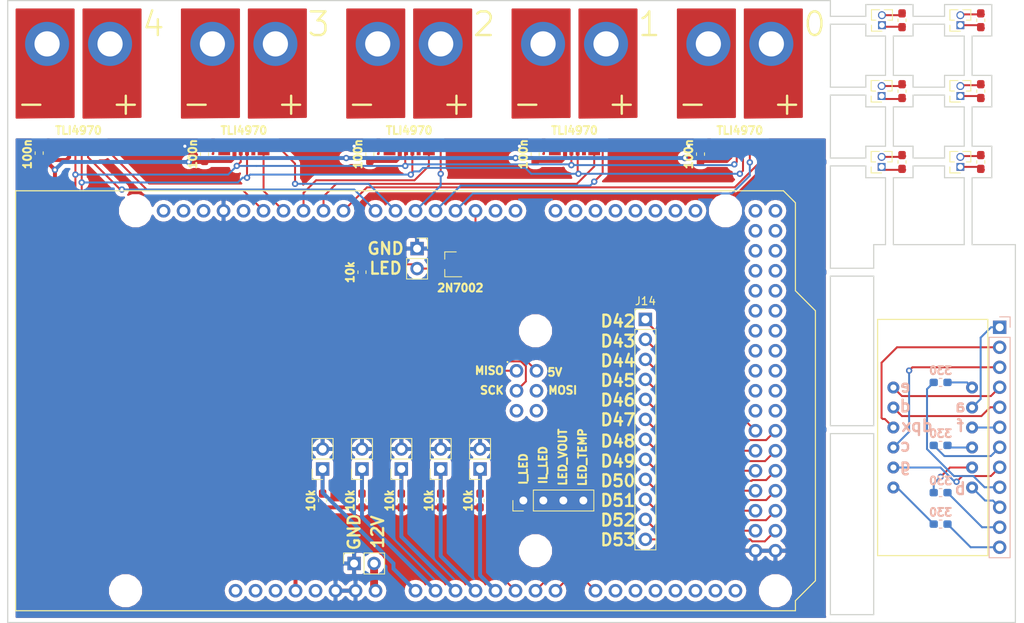
<source format=kicad_pcb>
(kicad_pcb (version 20171130) (host pcbnew 5.0.2-bee76a0~70~ubuntu18.04.1)
  (layers (0 F.Cu signal) (31 B.Cu signal) (34 B.Paste user) (35 F.Paste user) (36 B.SilkS user) (37 F.SilkS user) (38 B.Mask user) (39 F.Mask user) (44 Edge.Cuts user))
  (net 0 "")
  (net 1 "Net-(XA1-PadRST2)")
  (net 2 "Net-(XA1-PadGND4)")
  (net 3 "Net-(XA1-Pad5V1)")
  (net 4 "Net-(XA1-PadRST1)")
  (net 5 "Net-(XA1-PadIORF)")
  (net 6 "Net-(XA1-PadD21)")
  (net 7 "Net-(XA1-PadD20)")
  (net 8 "Net-(XA1-PadD19)")
  (net 9 "Net-(XA1-PadD18)")
  (net 10 "Net-(XA1-PadD17)")
  (net 11 "Net-(XA1-PadD16)")
  (net 12 "Net-(XA1-PadD15)")
  (net 13 "Net-(XA1-PadD14)")
  (net 14 "Net-(XA1-PadD0)")
  (net 15 "Net-(XA1-PadD1)")
  (net 16 "Net-(XA1-PadSCL1)")
  (net 17 "Net-(XA1-PadSDA1)")
  (net 18 "Net-(XA1-PadAREF)")
  (net 19 "Net-(XA1-PadD13)")
  (net 20 "Net-(XA1-PadA9)")
  (net 21 "Net-(XA1-PadA10)")
  (net 22 "Net-(XA1-PadA11)")
  (net 23 "Net-(XA1-PadDAC0)")
  (net 24 "Net-(XA1-PadDAC1)")
  (net 25 "Net-(XA1-PadCANR)")
  (net 26 "Net-(XA1-PadCANT)")
  (net 27 "Net-(XA1-Pad5V3)")
  (net 28 "Net-(XA1-Pad5V4)")
  (net 29 "Net-(XA1-PadD22)")
  (net 30 "Net-(XA1-PadD23)")
  (net 31 "Net-(XA1-PadD24)")
  (net 32 "Net-(XA1-PadD25)")
  (net 33 "Net-(XA1-PadD26)")
  (net 34 "Net-(XA1-PadD27)")
  (net 35 "Net-(XA1-PadD28)")
  (net 36 "Net-(XA1-PadD29)")
  (net 37 "Net-(XA1-PadD30)")
  (net 38 "Net-(XA1-PadD31)")
  (net 39 "Net-(XA1-PadD32)")
  (net 40 "Net-(XA1-PadD33)")
  (net 41 "Net-(XA1-PadD34)")
  (net 42 "Net-(XA1-PadD35)")
  (net 43 "Net-(XA1-PadD36)")
  (net 44 "Net-(XA1-PadD37)")
  (net 45 "Net-(XA1-PadD38)")
  (net 46 "Net-(XA1-PadD39)")
  (net 47 "Net-(XA1-PadD40)")
  (net 48 "Net-(XA1-PadD41)")
  (net 49 GND)
  (net 50 +3V3)
  (net 51 /MISO)
  (net 52 /SCK)
  (net 53 /CS_LED0)
  (net 54 /OCD_LED0)
  (net 55 /OCD_LED1)
  (net 56 /CS_LED1)
  (net 57 /CS_LED2)
  (net 58 /OCD_LED2)
  (net 59 /OCD_LED3)
  (net 60 /CS_LED3)
  (net 61 /CS_LED4)
  (net 62 /OCD_LED4)
  (net 63 /MOSI)
  (net 64 /digit_pin3)
  (net 65 /digit_pin2)
  (net 66 /digit_pin1)
  (net 67 /digit_pin0)
  (net 68 /TEMP_LED0)
  (net 69 /TEMP_LED1)
  (net 70 /TEMP_LED2)
  (net 71 /TEMP_LED3)
  (net 72 /TEMP_LED4)
  (net 73 "Net-(J6-Pad2)")
  (net 74 /LED_CONTROL)
  (net 75 "Net-(R6-Pad2)")
  (net 76 "Net-(R7-Pad2)")
  (net 77 "Net-(R8-Pad2)")
  (net 78 "Net-(R9-Pad2)")
  (net 79 +5V)
  (net 80 /e)
  (net 81 /d)
  (net 82 /dpx)
  (net 83 /c)
  (net 84 /g)
  (net 85 /b)
  (net 86 /f)
  (net 87 /a)
  (net 88 /I_LED_SCALED)
  (net 89 /IL_SCALED)
  (net 90 /LED_VOUT)
  (net 91 /LED_TEMP_SCALED)
  (net 92 +12V)
  (net 93 "Net-(J8-Pad1)")
  (net 94 "Net-(J8-Pad2)")
  (net 95 "Net-(J9-Pad2)")
  (net 96 "Net-(J9-Pad1)")
  (net 97 "Net-(J10-Pad1)")
  (net 98 "Net-(J10-Pad2)")
  (net 99 "Net-(J11-Pad2)")
  (net 100 "Net-(J11-Pad1)")
  (net 101 "Net-(J12-Pad1)")
  (net 102 "Net-(J12-Pad2)")
  (net 103 "Net-(H1-Pad1)")
  (net 104 "Net-(H2-Pad1)")
  (net 105 "Net-(H3-Pad1)")
  (net 106 "Net-(H4-Pad1)")
  (net 107 "Net-(H5-Pad1)")
  (net 108 "Net-(H6-Pad1)")
  (net 109 "Net-(H7-Pad1)")
  (net 110 "Net-(H8-Pad1)")
  (net 111 "Net-(H9-Pad1)")
  (net 112 "Net-(H10-Pad1)")
  (net 113 "Net-(J14-Pad1)")
  (net 114 "Net-(J15-Pad1)")
  (net 115 "Net-(J14-Pad2)")
  (net 116 "Net-(J14-Pad3)")
  (net 117 "Net-(J14-Pad4)")
  (net 118 "Net-(J14-Pad5)")
  (net 119 "Net-(J14-Pad6)")
  (net 120 "Net-(J14-Pad7)")
  (net 121 "Net-(J14-Pad8)")
  (net 122 "Net-(J14-Pad9)")
  (net 123 "Net-(J14-Pad10)")
  (net 124 "Net-(J14-Pad11)")
  (net 125 "Net-(J14-Pad12)")
  (net 126 "Net-(J15-Pad2)")
  (module Arduino:Arduino_Due_Shield (layer F.Cu) (at 110 123)
    (fp_text reference XA1 hide)
    (fp_text value Arduino_Due_Shield)
    (fp_text user . (at 62.484 -32.004) (layer F.SilkS))
    (pad RST2 thru_hole oval (at 63.627 -25.4) (size 1.7272 1.7272) (drill 1.016) (layers *.Cu *.Mask) (net 1 "Net-(XA1-PadRST2)"))
    (pad GND4 thru_hole oval (at 66.167 -25.4) (size 1.7272 1.7272) (drill 1.016) (layers *.Cu *.Mask) (net 2 "Net-(XA1-PadGND4)"))
    (pad MOSI thru_hole oval (at 66.167 -27.94) (size 1.7272 1.7272) (drill 1.016) (layers *.Cu *.Mask) (net 63 /MOSI))
    (pad SCK thru_hole oval (at 63.627 -27.94) (size 1.7272 1.7272) (drill 1.016) (layers *.Cu *.Mask) (net 52 /SCK))
    (pad 5V2 thru_hole oval (at 66.167 -30.48) (size 1.7272 1.7272) (drill 1.016) (layers *.Cu *.Mask) (net 79 +5V))
    (pad A0 thru_hole oval (at 50.8 -2.54) (size 1.7272 1.7272) (drill 1.016) (layers *.Cu *.Mask) (net 68 /TEMP_LED0))
    (pad VIN thru_hole oval (at 45.72 -2.54) (size 1.7272 1.7272) (drill 1.016) (layers *.Cu *.Mask) (net 92 +12V))
    (pad GND3 thru_hole oval (at 43.18 -2.54) (size 1.7272 1.7272) (drill 1.016) (layers *.Cu *.Mask) (net 49 GND))
    (pad GND2 thru_hole oval (at 40.64 -2.54) (size 1.7272 1.7272) (drill 1.016) (layers *.Cu *.Mask) (net 49 GND))
    (pad 5V1 thru_hole oval (at 38.1 -2.54) (size 1.7272 1.7272) (drill 1.016) (layers *.Cu *.Mask) (net 3 "Net-(XA1-Pad5V1)"))
    (pad 3V3 thru_hole oval (at 35.56 -2.54) (size 1.7272 1.7272) (drill 1.016) (layers *.Cu *.Mask) (net 50 +3V3))
    (pad RST1 thru_hole oval (at 33.02 -2.54) (size 1.7272 1.7272) (drill 1.016) (layers *.Cu *.Mask) (net 4 "Net-(XA1-PadRST1)"))
    (pad IORF thru_hole oval (at 30.48 -2.54) (size 1.7272 1.7272) (drill 1.016) (layers *.Cu *.Mask) (net 5 "Net-(XA1-PadIORF)"))
    (pad D21 thru_hole oval (at 86.36 -50.8) (size 1.7272 1.7272) (drill 1.016) (layers *.Cu *.Mask) (net 6 "Net-(XA1-PadD21)"))
    (pad D20 thru_hole oval (at 83.82 -50.8) (size 1.7272 1.7272) (drill 1.016) (layers *.Cu *.Mask) (net 7 "Net-(XA1-PadD20)"))
    (pad D19 thru_hole oval (at 81.28 -50.8) (size 1.7272 1.7272) (drill 1.016) (layers *.Cu *.Mask) (net 8 "Net-(XA1-PadD19)"))
    (pad D18 thru_hole oval (at 78.74 -50.8) (size 1.7272 1.7272) (drill 1.016) (layers *.Cu *.Mask) (net 9 "Net-(XA1-PadD18)"))
    (pad D17 thru_hole oval (at 76.2 -50.8) (size 1.7272 1.7272) (drill 1.016) (layers *.Cu *.Mask) (net 10 "Net-(XA1-PadD17)"))
    (pad D16 thru_hole oval (at 73.66 -50.8) (size 1.7272 1.7272) (drill 1.016) (layers *.Cu *.Mask) (net 11 "Net-(XA1-PadD16)"))
    (pad D15 thru_hole oval (at 71.12 -50.8) (size 1.7272 1.7272) (drill 1.016) (layers *.Cu *.Mask) (net 12 "Net-(XA1-PadD15)"))
    (pad D14 thru_hole oval (at 68.58 -50.8) (size 1.7272 1.7272) (drill 1.016) (layers *.Cu *.Mask) (net 13 "Net-(XA1-PadD14)"))
    (pad D0 thru_hole oval (at 63.5 -50.8) (size 1.7272 1.7272) (drill 1.016) (layers *.Cu *.Mask) (net 14 "Net-(XA1-PadD0)"))
    (pad D1 thru_hole oval (at 60.96 -50.8) (size 1.7272 1.7272) (drill 1.016) (layers *.Cu *.Mask) (net 15 "Net-(XA1-PadD1)"))
    (pad D2 thru_hole oval (at 58.42 -50.8) (size 1.7272 1.7272) (drill 1.016) (layers *.Cu *.Mask) (net 74 /LED_CONTROL))
    (pad D3 thru_hole oval (at 55.88 -50.8) (size 1.7272 1.7272) (drill 1.016) (layers *.Cu *.Mask) (net 53 /CS_LED0))
    (pad D4 thru_hole oval (at 53.34 -50.8) (size 1.7272 1.7272) (drill 1.016) (layers *.Cu *.Mask) (net 56 /CS_LED1))
    (pad D5 thru_hole oval (at 50.8 -50.8) (size 1.7272 1.7272) (drill 1.016) (layers *.Cu *.Mask) (net 57 /CS_LED2))
    (pad D6 thru_hole oval (at 48.26 -50.8) (size 1.7272 1.7272) (drill 1.016) (layers *.Cu *.Mask) (net 60 /CS_LED3))
    (pad D7 thru_hole oval (at 45.72 -50.8) (size 1.7272 1.7272) (drill 1.016) (layers *.Cu *.Mask) (net 61 /CS_LED4))
    (pad GND1 thru_hole oval (at 26.416 -50.8) (size 1.7272 1.7272) (drill 1.016) (layers *.Cu *.Mask) (net 49 GND))
    (pad D8 thru_hole oval (at 41.656 -50.8) (size 1.7272 1.7272) (drill 1.016) (layers *.Cu *.Mask) (net 54 /OCD_LED0))
    (pad D9 thru_hole oval (at 39.116 -50.8) (size 1.7272 1.7272) (drill 1.016) (layers *.Cu *.Mask) (net 55 /OCD_LED1))
    (pad D10 thru_hole oval (at 36.576 -50.8) (size 1.7272 1.7272) (drill 1.016) (layers *.Cu *.Mask) (net 58 /OCD_LED2))
    (pad "" np_thru_hole circle (at 66.04 -7.62) (size 3.2 3.2) (drill 3.2) (layers *.Cu *.Mask))
    (pad "" np_thru_hole circle (at 66.04 -35.56) (size 3.2 3.2) (drill 3.2) (layers *.Cu *.Mask))
    (pad "" np_thru_hole circle (at 90.17 -50.8) (size 3.2 3.2) (drill 3.2) (layers *.Cu *.Mask))
    (pad "" np_thru_hole circle (at 15.24 -50.8) (size 3.2 3.2) (drill 3.2) (layers *.Cu *.Mask))
    (pad "" np_thru_hole circle (at 96.52 -2.54) (size 3.2 3.2) (drill 3.2) (layers *.Cu *.Mask))
    (pad "" np_thru_hole circle (at 13.97 -2.54) (size 3.2 3.2) (drill 3.2) (layers *.Cu *.Mask))
    (pad SCL1 thru_hole oval (at 18.796 -50.8) (size 1.7272 1.7272) (drill 1.016) (layers *.Cu *.Mask) (net 16 "Net-(XA1-PadSCL1)"))
    (pad SDA1 thru_hole oval (at 21.336 -50.8) (size 1.7272 1.7272) (drill 1.016) (layers *.Cu *.Mask) (net 17 "Net-(XA1-PadSDA1)"))
    (pad AREF thru_hole oval (at 23.876 -50.8) (size 1.7272 1.7272) (drill 1.016) (layers *.Cu *.Mask) (net 18 "Net-(XA1-PadAREF)"))
    (pad D13 thru_hole oval (at 28.956 -50.8) (size 1.7272 1.7272) (drill 1.016) (layers *.Cu *.Mask) (net 19 "Net-(XA1-PadD13)"))
    (pad D12 thru_hole oval (at 31.496 -50.8) (size 1.7272 1.7272) (drill 1.016) (layers *.Cu *.Mask) (net 62 /OCD_LED4))
    (pad D11 thru_hole oval (at 34.036 -50.8) (size 1.7272 1.7272) (drill 1.016) (layers *.Cu *.Mask) (net 59 /OCD_LED3))
    (pad "" thru_hole oval (at 27.94 -2.54) (size 1.7272 1.7272) (drill 1.016) (layers *.Cu *.Mask))
    (pad A1 thru_hole oval (at 53.34 -2.54) (size 1.7272 1.7272) (drill 1.016) (layers *.Cu *.Mask) (net 69 /TEMP_LED1))
    (pad A2 thru_hole oval (at 55.88 -2.54) (size 1.7272 1.7272) (drill 1.016) (layers *.Cu *.Mask) (net 70 /TEMP_LED2))
    (pad A3 thru_hole oval (at 58.42 -2.54) (size 1.7272 1.7272) (drill 1.016) (layers *.Cu *.Mask) (net 71 /TEMP_LED3))
    (pad A4 thru_hole oval (at 60.96 -2.54) (size 1.7272 1.7272) (drill 1.016) (layers *.Cu *.Mask) (net 72 /TEMP_LED4))
    (pad A5 thru_hole oval (at 63.5 -2.54) (size 1.7272 1.7272) (drill 1.016) (layers *.Cu *.Mask) (net 88 /I_LED_SCALED))
    (pad A6 thru_hole oval (at 66.04 -2.54) (size 1.7272 1.7272) (drill 1.016) (layers *.Cu *.Mask) (net 89 /IL_SCALED))
    (pad A7 thru_hole oval (at 68.58 -2.54) (size 1.7272 1.7272) (drill 1.016) (layers *.Cu *.Mask) (net 90 /LED_VOUT))
    (pad A8 thru_hole oval (at 73.66 -2.54) (size 1.7272 1.7272) (drill 1.016) (layers *.Cu *.Mask) (net 91 /LED_TEMP_SCALED))
    (pad A9 thru_hole oval (at 76.2 -2.54) (size 1.7272 1.7272) (drill 1.016) (layers *.Cu *.Mask) (net 20 "Net-(XA1-PadA9)"))
    (pad A10 thru_hole oval (at 78.74 -2.54) (size 1.7272 1.7272) (drill 1.016) (layers *.Cu *.Mask) (net 21 "Net-(XA1-PadA10)"))
    (pad A11 thru_hole oval (at 81.28 -2.54) (size 1.7272 1.7272) (drill 1.016) (layers *.Cu *.Mask) (net 22 "Net-(XA1-PadA11)"))
    (pad DAC0 thru_hole oval (at 83.82 -2.54) (size 1.7272 1.7272) (drill 1.016) (layers *.Cu *.Mask) (net 23 "Net-(XA1-PadDAC0)"))
    (pad DAC1 thru_hole oval (at 86.36 -2.54) (size 1.7272 1.7272) (drill 1.016) (layers *.Cu *.Mask) (net 24 "Net-(XA1-PadDAC1)"))
    (pad CANR thru_hole oval (at 88.9 -2.54) (size 1.7272 1.7272) (drill 1.016) (layers *.Cu *.Mask) (net 25 "Net-(XA1-PadCANR)"))
    (pad CANT thru_hole oval (at 91.44 -2.54) (size 1.7272 1.7272) (drill 1.016) (layers *.Cu *.Mask) (net 26 "Net-(XA1-PadCANT)"))
    (pad 5V3 thru_hole oval (at 93.98 -50.8) (size 1.7272 1.7272) (drill 1.016) (layers *.Cu *.Mask) (net 27 "Net-(XA1-Pad5V3)"))
    (pad 5V4 thru_hole oval (at 96.52 -50.8) (size 1.7272 1.7272) (drill 1.016) (layers *.Cu *.Mask) (net 28 "Net-(XA1-Pad5V4)"))
    (pad D22 thru_hole oval (at 93.98 -48.26) (size 1.7272 1.7272) (drill 1.016) (layers *.Cu *.Mask) (net 29 "Net-(XA1-PadD22)"))
    (pad D23 thru_hole oval (at 96.52 -48.26) (size 1.7272 1.7272) (drill 1.016) (layers *.Cu *.Mask) (net 30 "Net-(XA1-PadD23)"))
    (pad D24 thru_hole oval (at 93.98 -45.72) (size 1.7272 1.7272) (drill 1.016) (layers *.Cu *.Mask) (net 31 "Net-(XA1-PadD24)"))
    (pad D25 thru_hole oval (at 96.52 -45.72) (size 1.7272 1.7272) (drill 1.016) (layers *.Cu *.Mask) (net 32 "Net-(XA1-PadD25)"))
    (pad D26 thru_hole oval (at 93.98 -43.18) (size 1.7272 1.7272) (drill 1.016) (layers *.Cu *.Mask) (net 33 "Net-(XA1-PadD26)"))
    (pad D27 thru_hole oval (at 96.52 -43.18) (size 1.7272 1.7272) (drill 1.016) (layers *.Cu *.Mask) (net 34 "Net-(XA1-PadD27)"))
    (pad D28 thru_hole oval (at 93.98 -40.64) (size 1.7272 1.7272) (drill 1.016) (layers *.Cu *.Mask) (net 35 "Net-(XA1-PadD28)"))
    (pad D29 thru_hole oval (at 96.52 -40.64) (size 1.7272 1.7272) (drill 1.016) (layers *.Cu *.Mask) (net 36 "Net-(XA1-PadD29)"))
    (pad D30 thru_hole oval (at 93.98 -38.1) (size 1.7272 1.7272) (drill 1.016) (layers *.Cu *.Mask) (net 37 "Net-(XA1-PadD30)"))
    (pad D31 thru_hole oval (at 96.52 -38.1) (size 1.7272 1.7272) (drill 1.016) (layers *.Cu *.Mask) (net 38 "Net-(XA1-PadD31)"))
    (pad D32 thru_hole oval (at 93.98 -35.56) (size 1.7272 1.7272) (drill 1.016) (layers *.Cu *.Mask) (net 39 "Net-(XA1-PadD32)"))
    (pad D33 thru_hole oval (at 96.52 -35.56) (size 1.7272 1.7272) (drill 1.016) (layers *.Cu *.Mask) (net 40 "Net-(XA1-PadD33)"))
    (pad D34 thru_hole oval (at 93.98 -33.02) (size 1.7272 1.7272) (drill 1.016) (layers *.Cu *.Mask) (net 41 "Net-(XA1-PadD34)"))
    (pad D35 thru_hole oval (at 96.52 -33.02) (size 1.7272 1.7272) (drill 1.016) (layers *.Cu *.Mask) (net 42 "Net-(XA1-PadD35)"))
    (pad D36 thru_hole oval (at 93.98 -30.48) (size 1.7272 1.7272) (drill 1.016) (layers *.Cu *.Mask) (net 43 "Net-(XA1-PadD36)"))
    (pad D37 thru_hole oval (at 96.52 -30.48) (size 1.7272 1.7272) (drill 1.016) (layers *.Cu *.Mask) (net 44 "Net-(XA1-PadD37)"))
    (pad D38 thru_hole oval (at 93.98 -27.94) (size 1.7272 1.7272) (drill 1.016) (layers *.Cu *.Mask) (net 45 "Net-(XA1-PadD38)"))
    (pad D39 thru_hole oval (at 96.52 -27.94) (size 1.7272 1.7272) (drill 1.016) (layers *.Cu *.Mask) (net 46 "Net-(XA1-PadD39)"))
    (pad D40 thru_hole oval (at 93.98 -25.4) (size 1.7272 1.7272) (drill 1.016) (layers *.Cu *.Mask) (net 47 "Net-(XA1-PadD40)"))
    (pad D41 thru_hole oval (at 96.52 -25.4) (size 1.7272 1.7272) (drill 1.016) (layers *.Cu *.Mask) (net 48 "Net-(XA1-PadD41)"))
    (pad D42 thru_hole oval (at 93.98 -22.86) (size 1.7272 1.7272) (drill 1.016) (layers *.Cu *.Mask) (net 113 "Net-(J14-Pad1)"))
    (pad D43 thru_hole oval (at 96.52 -22.86) (size 1.7272 1.7272) (drill 1.016) (layers *.Cu *.Mask) (net 115 "Net-(J14-Pad2)"))
    (pad D44 thru_hole oval (at 93.98 -20.32) (size 1.7272 1.7272) (drill 1.016) (layers *.Cu *.Mask) (net 116 "Net-(J14-Pad3)"))
    (pad D45 thru_hole oval (at 96.52 -20.32) (size 1.7272 1.7272) (drill 1.016) (layers *.Cu *.Mask) (net 117 "Net-(J14-Pad4)"))
    (pad D46 thru_hole oval (at 93.98 -17.78) (size 1.7272 1.7272) (drill 1.016) (layers *.Cu *.Mask) (net 118 "Net-(J14-Pad5)"))
    (pad D47 thru_hole oval (at 96.52 -17.78) (size 1.7272 1.7272) (drill 1.016) (layers *.Cu *.Mask) (net 119 "Net-(J14-Pad6)"))
    (pad D48 thru_hole oval (at 93.98 -15.24) (size 1.7272 1.7272) (drill 1.016) (layers *.Cu *.Mask) (net 120 "Net-(J14-Pad7)"))
    (pad D49 thru_hole oval (at 96.52 -15.24) (size 1.7272 1.7272) (drill 1.016) (layers *.Cu *.Mask) (net 121 "Net-(J14-Pad8)"))
    (pad D50 thru_hole oval (at 93.98 -12.7) (size 1.7272 1.7272) (drill 1.016) (layers *.Cu *.Mask) (net 122 "Net-(J14-Pad9)"))
    (pad D51 thru_hole oval (at 96.52 -12.7) (size 1.7272 1.7272) (drill 1.016) (layers *.Cu *.Mask) (net 123 "Net-(J14-Pad10)"))
    (pad D52 thru_hole oval (at 93.98 -10.16) (size 1.7272 1.7272) (drill 1.016) (layers *.Cu *.Mask) (net 124 "Net-(J14-Pad11)"))
    (pad D53 thru_hole oval (at 96.52 -10.16) (size 1.7272 1.7272) (drill 1.016) (layers *.Cu *.Mask) (net 125 "Net-(J14-Pad12)"))
    (pad GND5 thru_hole oval (at 93.98 -7.62) (size 1.7272 1.7272) (drill 1.016) (layers *.Cu *.Mask) (net 49 GND))
    (pad GND6 thru_hole oval (at 96.52 -7.62) (size 1.7272 1.7272) (drill 1.016) (layers *.Cu *.Mask) (net 49 GND))
    (pad MISO thru_hole oval (at 63.627 -30.48) (size 1.7272 1.7272) (drill 1.016) (layers *.Cu *.Mask) (net 51 /MISO))
  )
  (module custom_lib:TLI4970 (layer F.Cu) (at 202 61)
    (fp_text reference U1 hide)
    (fp_text value TLI4970)
    (pad 1 smd rect (at -2.5 3.35 180) (size 1.5 1.6) (layers F.Cu F.Paste F.Mask) (net 49 GND))
    (pad 2 smd rect (at -1.2 3.35 180) (size 0.5 1.6) (layers F.Cu F.Paste F.Mask) (net 50 +3V3))
    (pad 3 smd rect (at -0.4 3.35 180) (size 0.5 1.6) (layers F.Cu F.Paste F.Mask) (net 51 /MISO))
    (pad 4 smd rect (at 0.4 3.35 180) (size 0.5 1.6) (layers F.Cu F.Paste F.Mask) (net 52 /SCK))
    (pad 5 smd rect (at 1.2 3.35 180) (size 0.5 1.6) (layers F.Cu F.Paste F.Mask) (net 53 /CS_LED0))
    (pad 6 smd rect (at 2.5 3.35 180) (size 1.5 1.6) (layers F.Cu F.Paste F.Mask) (net 54 /OCD_LED0))
    (pad 8 smd rect (at -1.775 -2.32 180) (size 2.4 3.48) (layers F.Cu F.Paste F.Mask) (net 103 "Net-(H1-Pad1)"))
    (pad 7 smd rect (at 1.775 -2.32 180) (size 2.4 3.48) (layers F.Cu F.Paste F.Mask) (net 107 "Net-(H5-Pad1)"))
  )
  (module custom_lib:TLI4970 (layer F.Cu) (at 181 61)
    (fp_text reference U2 hide)
    (fp_text value TLI4970)
    (pad 7 smd rect (at 1.775 -2.32 180) (size 2.4 3.48) (layers F.Cu F.Paste F.Mask) (net 108 "Net-(H6-Pad1)"))
    (pad 8 smd rect (at -1.775 -2.32 180) (size 2.4 3.48) (layers F.Cu F.Paste F.Mask) (net 104 "Net-(H2-Pad1)"))
    (pad 6 smd rect (at 2.5 3.35 180) (size 1.5 1.6) (layers F.Cu F.Paste F.Mask) (net 55 /OCD_LED1))
    (pad 5 smd rect (at 1.2 3.35 180) (size 0.5 1.6) (layers F.Cu F.Paste F.Mask) (net 56 /CS_LED1))
    (pad 4 smd rect (at 0.4 3.35 180) (size 0.5 1.6) (layers F.Cu F.Paste F.Mask) (net 52 /SCK))
    (pad 3 smd rect (at -0.4 3.35 180) (size 0.5 1.6) (layers F.Cu F.Paste F.Mask) (net 51 /MISO))
    (pad 2 smd rect (at -1.2 3.35 180) (size 0.5 1.6) (layers F.Cu F.Paste F.Mask) (net 50 +3V3))
    (pad 1 smd rect (at -2.5 3.35 180) (size 1.5 1.6) (layers F.Cu F.Paste F.Mask) (net 49 GND))
  )
  (module custom_lib:TLI4970 (layer F.Cu) (at 160 61)
    (fp_text reference U3 hide)
    (fp_text value TLI4970)
    (pad 1 smd rect (at -2.5 3.35 180) (size 1.5 1.6) (layers F.Cu F.Paste F.Mask) (net 49 GND))
    (pad 2 smd rect (at -1.2 3.35 180) (size 0.5 1.6) (layers F.Cu F.Paste F.Mask) (net 50 +3V3))
    (pad 3 smd rect (at -0.4 3.35 180) (size 0.5 1.6) (layers F.Cu F.Paste F.Mask) (net 51 /MISO))
    (pad 4 smd rect (at 0.4 3.35 180) (size 0.5 1.6) (layers F.Cu F.Paste F.Mask) (net 52 /SCK))
    (pad 5 smd rect (at 1.2 3.35 180) (size 0.5 1.6) (layers F.Cu F.Paste F.Mask) (net 57 /CS_LED2))
    (pad 6 smd rect (at 2.5 3.35 180) (size 1.5 1.6) (layers F.Cu F.Paste F.Mask) (net 58 /OCD_LED2))
    (pad 8 smd rect (at -1.775 -2.32 180) (size 2.4 3.48) (layers F.Cu F.Paste F.Mask) (net 105 "Net-(H3-Pad1)"))
    (pad 7 smd rect (at 1.775 -2.32 180) (size 2.4 3.48) (layers F.Cu F.Paste F.Mask) (net 109 "Net-(H7-Pad1)"))
  )
  (module custom_lib:TLI4970 (layer F.Cu) (at 139 61)
    (fp_text reference U4 hide)
    (fp_text value TLI4970)
    (pad 7 smd rect (at 1.775 -2.32 180) (size 2.4 3.48) (layers F.Cu F.Paste F.Mask) (net 110 "Net-(H8-Pad1)"))
    (pad 8 smd rect (at -1.775 -2.32 180) (size 2.4 3.48) (layers F.Cu F.Paste F.Mask) (net 106 "Net-(H4-Pad1)"))
    (pad 6 smd rect (at 2.5 3.35 180) (size 1.5 1.6) (layers F.Cu F.Paste F.Mask) (net 59 /OCD_LED3))
    (pad 5 smd rect (at 1.2 3.35 180) (size 0.5 1.6) (layers F.Cu F.Paste F.Mask) (net 60 /CS_LED3))
    (pad 4 smd rect (at 0.4 3.35 180) (size 0.5 1.6) (layers F.Cu F.Paste F.Mask) (net 52 /SCK))
    (pad 3 smd rect (at -0.4 3.35 180) (size 0.5 1.6) (layers F.Cu F.Paste F.Mask) (net 51 /MISO))
    (pad 2 smd rect (at -1.2 3.35 180) (size 0.5 1.6) (layers F.Cu F.Paste F.Mask) (net 50 +3V3))
    (pad 1 smd rect (at -2.5 3.35 180) (size 1.5 1.6) (layers F.Cu F.Paste F.Mask) (net 49 GND))
  )
  (module custom_lib:TLI4970 (layer F.Cu) (at 118 61)
    (fp_text reference U5 hide)
    (fp_text value TLI4970)
    (pad 1 smd rect (at -2.5 3.35 180) (size 1.5 1.6) (layers F.Cu F.Paste F.Mask) (net 49 GND))
    (pad 2 smd rect (at -1.2 3.35 180) (size 0.5 1.6) (layers F.Cu F.Paste F.Mask) (net 50 +3V3))
    (pad 3 smd rect (at -0.4 3.35 180) (size 0.5 1.6) (layers F.Cu F.Paste F.Mask) (net 51 /MISO))
    (pad 4 smd rect (at 0.4 3.35 180) (size 0.5 1.6) (layers F.Cu F.Paste F.Mask) (net 52 /SCK))
    (pad 5 smd rect (at 1.2 3.35 180) (size 0.5 1.6) (layers F.Cu F.Paste F.Mask) (net 61 /CS_LED4))
    (pad 6 smd rect (at 2.5 3.35 180) (size 1.5 1.6) (layers F.Cu F.Paste F.Mask) (net 62 /OCD_LED4))
    (pad 8 smd rect (at -1.775 -2.32 180) (size 2.4 3.48) (layers F.Cu F.Paste F.Mask) (net 112 "Net-(H10-Pad1)"))
    (pad 7 smd rect (at 1.775 -2.32 180) (size 2.4 3.48) (layers F.Cu F.Paste F.Mask) (net 111 "Net-(H9-Pad1)"))
  )
  (module Capacitor_SMD:C_0603_1608Metric_Pad1.05x0.95mm_HandSolder (layer F.Cu) (at 197 65 90)
    (fp_text reference C1 hide)
    (fp_text value 100n)
    (pad 1 smd roundrect (at -0.875 0 90) (size 1.05 0.95) (layers F.Cu F.Paste F.Mask) (net 50 +3V3))
    (pad 2 smd roundrect (at 0.875 0 90) (size 1.05 0.95) (layers F.Cu F.Paste F.Mask) (net 49 GND))
  )
  (module Capacitor_SMD:C_0603_1608Metric_Pad1.05x0.95mm_HandSolder (layer F.Cu) (at 176 65 90)
    (fp_text reference C2 hide)
    (fp_text value 100n)
    (pad 1 smd roundrect (at -0.875 0 90) (size 1.05 0.95) (layers F.Cu F.Paste F.Mask) (net 50 +3V3))
    (pad 2 smd roundrect (at 0.875 0 90) (size 1.05 0.95) (layers F.Cu F.Paste F.Mask) (net 49 GND))
  )
  (module Capacitor_SMD:C_0603_1608Metric_Pad1.05x0.95mm_HandSolder (layer F.Cu) (at 155 65 90)
    (fp_text reference C3 hide)
    (fp_text value 100n)
    (pad 2 smd roundrect (at 0.875 0 90) (size 1.05 0.95) (layers F.Cu F.Paste F.Mask) (net 49 GND))
    (pad 1 smd roundrect (at -0.875 0 90) (size 1.05 0.95) (layers F.Cu F.Paste F.Mask) (net 50 +3V3))
  )
  (module Capacitor_SMD:C_0603_1608Metric_Pad1.05x0.95mm_HandSolder (layer F.Cu) (at 134 65 90)
    (fp_text reference C4 hide)
    (fp_text value 100n)
    (pad 1 smd roundrect (at -0.875 0 90) (size 1.05 0.95) (layers F.Cu F.Paste F.Mask) (net 50 +3V3))
    (pad 2 smd roundrect (at 0.875 0 90) (size 1.05 0.95) (layers F.Cu F.Paste F.Mask) (net 49 GND))
  )
  (module Capacitor_SMD:C_0603_1608Metric_Pad1.05x0.95mm_HandSolder (layer F.Cu) (at 113 64.875 90)
    (fp_text reference C5 hide)
    (fp_text value 100n)
    (pad 2 smd roundrect (at 0.875 0 90) (size 1.05 0.95) (layers F.Cu F.Paste F.Mask) (net 49 GND))
    (pad 1 smd roundrect (at -0.875 0 90) (size 1.05 0.95) (layers F.Cu F.Paste F.Mask) (net 50 +3V3))
  )
  (module Connector_PinSocket_2.54mm:PinSocket_1x02_P2.54mm_Vertical (layer F.Cu) (at 149 105 180)
    (fp_text reference J1 hide)
    (fp_text value TEMP_LED0)
    (pad 2 thru_hole oval (at 0 2.54 180) (size 1.7 1.7) (drill 1) (layers *.Cu *.Mask) (net 49 GND))
    (pad 1 thru_hole rect (at 0 0 180) (size 1.7 1.7) (drill 1) (layers *.Cu *.Mask) (net 68 /TEMP_LED0))
  )
  (module Connector_PinSocket_2.54mm:PinSocket_1x02_P2.54mm_Vertical (layer F.Cu) (at 154 105 180)
    (fp_text reference J2 hide)
    (fp_text value TEMP_LED1)
    (pad 1 thru_hole rect (at 0 0 180) (size 1.7 1.7) (drill 1) (layers *.Cu *.Mask) (net 69 /TEMP_LED1))
    (pad 2 thru_hole oval (at 0 2.54 180) (size 1.7 1.7) (drill 1) (layers *.Cu *.Mask) (net 49 GND))
  )
  (module Connector_PinSocket_2.54mm:PinSocket_1x02_P2.54mm_Vertical (layer F.Cu) (at 159 105 180)
    (fp_text reference J3 hide)
    (fp_text value TEMP_LED2)
    (pad 2 thru_hole oval (at 0 2.54 180) (size 1.7 1.7) (drill 1) (layers *.Cu *.Mask) (net 49 GND))
    (pad 1 thru_hole rect (at 0 0 180) (size 1.7 1.7) (drill 1) (layers *.Cu *.Mask) (net 70 /TEMP_LED2))
  )
  (module Connector_PinSocket_2.54mm:PinSocket_1x02_P2.54mm_Vertical (layer F.Cu) (at 164 105 180)
    (fp_text reference J4 hide)
    (fp_text value TEMP_LED3)
    (pad 2 thru_hole oval (at 0 2.54 180) (size 1.7 1.7) (drill 1) (layers *.Cu *.Mask) (net 49 GND))
    (pad 1 thru_hole rect (at 0 0 180) (size 1.7 1.7) (drill 1) (layers *.Cu *.Mask) (net 71 /TEMP_LED3))
  )
  (module Connector_PinSocket_2.54mm:PinSocket_1x02_P2.54mm_Vertical (layer F.Cu) (at 169 105 180)
    (fp_text reference J5 hide)
    (fp_text value TEMP_LED4)
    (pad 1 thru_hole rect (at 0 0 180) (size 1.7 1.7) (drill 1) (layers *.Cu *.Mask) (net 72 /TEMP_LED4))
    (pad 2 thru_hole oval (at 0 2.54 180) (size 1.7 1.7) (drill 1) (layers *.Cu *.Mask) (net 49 GND))
  )
  (module Connector_PinSocket_2.54mm:PinSocket_1x02_P2.54mm_Vertical (layer F.Cu) (at 161 77)
    (fp_text reference J6 hide)
    (fp_text value LED_CONTROL)
    (pad 1 thru_hole rect (at 0 0) (size 1.7 1.7) (drill 1) (layers *.Cu *.Mask) (net 49 GND))
    (pad 2 thru_hole oval (at 0 2.54) (size 1.7 1.7) (drill 1) (layers *.Cu *.Mask) (net 73 "Net-(J6-Pad2)"))
  )
  (module Package_TO_SOT_SMD:SOT-23 (layer F.Cu) (at 165.274999 79 180)
    (fp_text reference Q1 hide)
    (fp_text value 2N7002)
    (pad 1 smd rect (at -1 -0.95 180) (size 0.9 0.8) (layers F.Cu F.Paste F.Mask) (net 74 /LED_CONTROL))
    (pad 2 smd rect (at -1 0.95 180) (size 0.9 0.8) (layers F.Cu F.Paste F.Mask) (net 49 GND))
    (pad 3 smd rect (at 1 0 180) (size 0.9 0.8) (layers F.Cu F.Paste F.Mask) (net 73 "Net-(J6-Pad2)"))
  )
  (module Resistor_SMD:R_0603_1608Metric_Pad1.05x0.95mm_HandSolder (layer F.Cu) (at 149 109 270)
    (fp_text reference R1 hide)
    (fp_text value 10k)
    (pad 1 smd roundrect (at -0.875 0 270) (size 1.05 0.95) (layers F.Cu F.Paste F.Mask) (net 68 /TEMP_LED0))
    (pad 2 smd roundrect (at 0.875 0 270) (size 1.05 0.95) (layers F.Cu F.Paste F.Mask) (net 50 +3V3))
  )
  (module Resistor_SMD:R_0603_1608Metric_Pad1.05x0.95mm_HandSolder (layer F.Cu) (at 154 109 270)
    (fp_text reference R2 hide)
    (fp_text value 10k)
    (pad 2 smd roundrect (at 0.875 0 270) (size 1.05 0.95) (layers F.Cu F.Paste F.Mask) (net 50 +3V3))
    (pad 1 smd roundrect (at -0.875 0 270) (size 1.05 0.95) (layers F.Cu F.Paste F.Mask) (net 69 /TEMP_LED1))
  )
  (module Resistor_SMD:R_0603_1608Metric_Pad1.05x0.95mm_HandSolder (layer F.Cu) (at 159 109 270)
    (fp_text reference R3 hide)
    (fp_text value 10k)
    (pad 1 smd roundrect (at -0.875 0 270) (size 1.05 0.95) (layers F.Cu F.Paste F.Mask) (net 70 /TEMP_LED2))
    (pad 2 smd roundrect (at 0.875 0 270) (size 1.05 0.95) (layers F.Cu F.Paste F.Mask) (net 50 +3V3))
  )
  (module Resistor_SMD:R_0603_1608Metric_Pad1.05x0.95mm_HandSolder (layer F.Cu) (at 164 109 270)
    (fp_text reference R4 hide)
    (fp_text value 10k)
    (pad 2 smd roundrect (at 0.875 0 270) (size 1.05 0.95) (layers F.Cu F.Paste F.Mask) (net 50 +3V3))
    (pad 1 smd roundrect (at -0.875 0 270) (size 1.05 0.95) (layers F.Cu F.Paste F.Mask) (net 71 /TEMP_LED3))
  )
  (module Resistor_SMD:R_0603_1608Metric_Pad1.05x0.95mm_HandSolder (layer F.Cu) (at 169 109 270)
    (fp_text reference R5 hide)
    (fp_text value 10k)
    (pad 1 smd roundrect (at -0.875 0 270) (size 1.05 0.95) (layers F.Cu F.Paste F.Mask) (net 72 /TEMP_LED4))
    (pad 2 smd roundrect (at 0.875 0 270) (size 1.05 0.95) (layers F.Cu F.Paste F.Mask) (net 50 +3V3))
  )
  (module Resistor_SMD:R_0603_1608Metric_Pad1.05x0.95mm_HandSolder (layer B.Cu) (at 227.5 94)
    (fp_text reference R6 hide)
    (fp_text value 330)
    (pad 1 smd roundrect (at -0.875 0) (size 1.05 0.95) (layers B.Cu B.Paste B.Mask) (net 67 /digit_pin0))
    (pad 2 smd roundrect (at 0.875 0) (size 1.05 0.95) (layers B.Cu B.Paste B.Mask) (net 75 "Net-(R6-Pad2)"))
  )
  (module Resistor_SMD:R_0603_1608Metric_Pad1.05x0.95mm_HandSolder (layer B.Cu) (at 227.5 102)
    (fp_text reference R7 hide)
    (fp_text value 330)
    (pad 2 smd roundrect (at 0.875 0) (size 1.05 0.95) (layers B.Cu B.Paste B.Mask) (net 76 "Net-(R7-Pad2)"))
    (pad 1 smd roundrect (at -0.875 0) (size 1.05 0.95) (layers B.Cu B.Paste B.Mask) (net 66 /digit_pin1))
  )
  (module Resistor_SMD:R_0603_1608Metric_Pad1.05x0.95mm_HandSolder (layer B.Cu) (at 227.5 108 180)
    (fp_text reference R8 hide)
    (fp_text value 330)
    (pad 1 smd roundrect (at -0.875 0 180) (size 1.05 0.95) (layers B.Cu B.Paste B.Mask) (net 65 /digit_pin2))
    (pad 2 smd roundrect (at 0.875 0 180) (size 1.05 0.95) (layers B.Cu B.Paste B.Mask) (net 77 "Net-(R8-Pad2)"))
  )
  (module Resistor_SMD:R_0603_1608Metric_Pad1.05x0.95mm_HandSolder (layer B.Cu) (at 227.5 112 180)
    (fp_text reference R9 hide)
    (fp_text value 330)
    (pad 2 smd roundrect (at 0.875 0 180) (size 1.05 0.95) (layers B.Cu B.Paste B.Mask) (net 78 "Net-(R9-Pad2)"))
    (pad 1 smd roundrect (at -0.875 0 180) (size 1.05 0.95) (layers B.Cu B.Paste B.Mask) (net 64 /digit_pin3))
  )
  (module Resistor_SMD:R_0603_1608Metric_Pad1.05x0.95mm_HandSolder (layer F.Cu) (at 154 80 90)
    (fp_text reference R10 hide)
    (fp_text value 10k)
    (pad 2 smd roundrect (at 0.875 0 90) (size 1.05 0.95) (layers F.Cu F.Paste F.Mask) (net 73 "Net-(J6-Pad2)"))
    (pad 1 smd roundrect (at -0.875 0 90) (size 1.05 0.95) (layers F.Cu F.Paste F.Mask) (net 79 +5V))
  )
  (module Connector_PinSocket_2.54mm:PinSocket_1x02_P2.54mm_Vertical (layer F.Cu) (at 153 117 90)
    (fp_text reference J7 hide)
    (fp_text value POWER_12V)
    (pad 1 thru_hole rect (at 0 0 90) (size 1.7 1.7) (drill 1) (layers *.Cu *.Mask) (net 49 GND))
    (pad 2 thru_hole oval (at 0 2.54 90) (size 1.7 1.7) (drill 1) (layers *.Cu *.Mask) (net 92 +12V))
  )
  (module Resistor_SMD:R_0603_1608Metric_Pad1.05x0.95mm_HandSolder (layer F.Cu) (at 232.6 66 90)
    (fp_text reference TH1 hide)
    (fp_text value 10k)
    (pad 1 smd roundrect (at -0.875 0 90) (size 1.05 0.95) (layers F.Cu F.Paste F.Mask) (net 93 "Net-(J8-Pad1)"))
    (pad 2 smd roundrect (at 0.875 0 90) (size 1.05 0.95) (layers F.Cu F.Paste F.Mask) (net 94 "Net-(J8-Pad2)"))
  )
  (module Resistor_SMD:R_0603_1608Metric_Pad1.05x0.95mm_HandSolder (layer F.Cu) (at 232.6 57 90)
    (fp_text reference TH2 hide)
    (fp_text value 10k)
    (pad 2 smd roundrect (at 0.875 0 90) (size 1.05 0.95) (layers F.Cu F.Paste F.Mask) (net 95 "Net-(J9-Pad2)"))
    (pad 1 smd roundrect (at -0.875 0 90) (size 1.05 0.95) (layers F.Cu F.Paste F.Mask) (net 96 "Net-(J9-Pad1)"))
  )
  (module Resistor_SMD:R_0603_1608Metric_Pad1.05x0.95mm_HandSolder (layer F.Cu) (at 232.6 48 90)
    (fp_text reference TH3 hide)
    (fp_text value 10k)
    (pad 1 smd roundrect (at -0.875 0 90) (size 1.05 0.95) (layers F.Cu F.Paste F.Mask) (net 97 "Net-(J10-Pad1)"))
    (pad 2 smd roundrect (at 0.875 0 90) (size 1.05 0.95) (layers F.Cu F.Paste F.Mask) (net 98 "Net-(J10-Pad2)"))
  )
  (module Resistor_SMD:R_0603_1608Metric_Pad1.05x0.95mm_HandSolder (layer F.Cu) (at 222.6 66 90)
    (fp_text reference TH4 hide)
    (fp_text value 10k)
    (pad 2 smd roundrect (at 0.875 0 90) (size 1.05 0.95) (layers F.Cu F.Paste F.Mask) (net 99 "Net-(J11-Pad2)"))
    (pad 1 smd roundrect (at -0.875 0 90) (size 1.05 0.95) (layers F.Cu F.Paste F.Mask) (net 100 "Net-(J11-Pad1)"))
  )
  (module Resistor_SMD:R_0603_1608Metric_Pad1.05x0.95mm_HandSolder (layer F.Cu) (at 222.6 57 90)
    (fp_text reference TH5 hide)
    (fp_text value 10k)
    (pad 1 smd roundrect (at -0.875 0 90) (size 1.05 0.95) (layers F.Cu F.Paste F.Mask) (net 101 "Net-(J12-Pad1)"))
    (pad 2 smd roundrect (at 0.875 0 90) (size 1.05 0.95) (layers F.Cu F.Paste F.Mask) (net 102 "Net-(J12-Pad2)"))
  )
  (module Connector_PinSocket_1.27mm:PinSocket_1x02_P1.27mm_Vertical (layer F.Cu) (at 230.01 66.625 180)
    (fp_text reference J8 hide)
    (fp_text value TEMP_LED0)
    (pad 1 thru_hole rect (at 0 0 180) (size 1 1) (drill 0.7) (layers *.Cu *.Mask) (net 93 "Net-(J8-Pad1)"))
    (pad 2 thru_hole oval (at 0 1.27 180) (size 1 1) (drill 0.7) (layers *.Cu *.Mask) (net 94 "Net-(J8-Pad2)"))
  )
  (module Connector_PinSocket_1.27mm:PinSocket_1x02_P1.27mm_Vertical (layer F.Cu) (at 230.01 57.625 180)
    (fp_text reference J9 hide)
    (fp_text value TEMP_LED1)
    (pad 2 thru_hole oval (at 0 1.27 180) (size 1 1) (drill 0.7) (layers *.Cu *.Mask) (net 95 "Net-(J9-Pad2)"))
    (pad 1 thru_hole rect (at 0 0 180) (size 1 1) (drill 0.7) (layers *.Cu *.Mask) (net 96 "Net-(J9-Pad1)"))
  )
  (module Connector_PinSocket_1.27mm:PinSocket_1x02_P1.27mm_Vertical (layer F.Cu) (at 230.01 48.625 180)
    (fp_text reference J10 hide)
    (fp_text value TEMP_LED2)
    (pad 1 thru_hole rect (at 0 0 180) (size 1 1) (drill 0.7) (layers *.Cu *.Mask) (net 97 "Net-(J10-Pad1)"))
    (pad 2 thru_hole oval (at 0 1.27 180) (size 1 1) (drill 0.7) (layers *.Cu *.Mask) (net 98 "Net-(J10-Pad2)"))
  )
  (module Connector_PinSocket_1.27mm:PinSocket_1x02_P1.27mm_Vertical (layer F.Cu) (at 220.01 66.625 180)
    (fp_text reference J11 hide)
    (fp_text value TEMP_LED3)
    (pad 1 thru_hole rect (at 0 0 180) (size 1 1) (drill 0.7) (layers *.Cu *.Mask) (net 100 "Net-(J11-Pad1)"))
    (pad 2 thru_hole oval (at 0 1.27 180) (size 1 1) (drill 0.7) (layers *.Cu *.Mask) (net 99 "Net-(J11-Pad2)"))
  )
  (module Connector_PinSocket_1.27mm:PinSocket_1x02_P1.27mm_Vertical (layer F.Cu) (at 220.01 57.625 180)
    (fp_text reference J12 hide)
    (fp_text value TEMP_LED4)
    (pad 2 thru_hole oval (at 0 1.27 180) (size 1 1) (drill 0.7) (layers *.Cu *.Mask) (net 102 "Net-(J12-Pad2)"))
    (pad 1 thru_hole rect (at 0 0 180) (size 1 1) (drill 0.7) (layers *.Cu *.Mask) (net 101 "Net-(J12-Pad1)"))
  )
  (module MountingHole:MountingHole_3.2mm_M3_DIN965_Pad (layer F.Cu) (at 198 51 180)
    (fp_text reference H1 hide)
    (fp_text value VEE)
    (pad 1 thru_hole circle (at 0 0 180) (size 5.6 5.6) (drill 3.2) (layers *.Cu *.Mask) (net 103 "Net-(H1-Pad1)"))
  )
  (module MountingHole:MountingHole_3.2mm_M3_DIN965_Pad (layer F.Cu) (at 177 51 180)
    (fp_text reference H2 hide)
    (fp_text value VEE)
    (pad 1 thru_hole circle (at 0 0 180) (size 5.6 5.6) (drill 3.2) (layers *.Cu *.Mask) (net 104 "Net-(H2-Pad1)"))
  )
  (module MountingHole:MountingHole_3.2mm_M3_DIN965_Pad (layer F.Cu) (at 156 51 180)
    (fp_text reference H3 hide)
    (fp_text value VEE)
    (pad 1 thru_hole circle (at 0 0 180) (size 5.6 5.6) (drill 3.2) (layers *.Cu *.Mask) (net 105 "Net-(H3-Pad1)"))
  )
  (module MountingHole:MountingHole_3.2mm_M3_DIN965_Pad (layer F.Cu) (at 135 51 180)
    (fp_text reference H4 hide)
    (fp_text value VEE)
    (pad 1 thru_hole circle (at 0 0 180) (size 5.6 5.6) (drill 3.2) (layers *.Cu *.Mask) (net 106 "Net-(H4-Pad1)"))
  )
  (module MountingHole:MountingHole_3.2mm_M3_DIN965_Pad (layer F.Cu) (at 206 51 180)
    (fp_text reference H5 hide)
    (fp_text value LED0-)
    (pad 1 thru_hole circle (at 0 0 180) (size 5.6 5.6) (drill 3.2) (layers *.Cu *.Mask) (net 107 "Net-(H5-Pad1)"))
  )
  (module MountingHole:MountingHole_3.2mm_M3_DIN965_Pad (layer F.Cu) (at 185 51 180)
    (fp_text reference H6 hide)
    (fp_text value LED1-)
    (pad 1 thru_hole circle (at 0 0 180) (size 5.6 5.6) (drill 3.2) (layers *.Cu *.Mask) (net 108 "Net-(H6-Pad1)"))
  )
  (module MountingHole:MountingHole_3.2mm_M3_DIN965_Pad (layer F.Cu) (at 164 51 180)
    (fp_text reference H7 hide)
    (fp_text value LED2-)
    (pad 1 thru_hole circle (at 0 0 180) (size 5.6 5.6) (drill 3.2) (layers *.Cu *.Mask) (net 109 "Net-(H7-Pad1)"))
  )
  (module MountingHole:MountingHole_3.2mm_M3_DIN965_Pad (layer F.Cu) (at 143 51 180)
    (fp_text reference H8 hide)
    (fp_text value LED3-)
    (pad 1 thru_hole circle (at 0 0 180) (size 5.6 5.6) (drill 3.2) (layers *.Cu *.Mask) (net 110 "Net-(H8-Pad1)"))
  )
  (module MountingHole:MountingHole_3.2mm_M3_DIN965_Pad (layer F.Cu) (at 122 51 180)
    (fp_text reference H9 hide)
    (fp_text value LED4-)
    (pad 1 thru_hole circle (at 0 0 180) (size 5.6 5.6) (drill 3.2) (layers *.Cu *.Mask) (net 111 "Net-(H9-Pad1)"))
  )
  (module MountingHole:MountingHole_3.2mm_M3_DIN965_Pad (layer F.Cu) (at 114 51 180)
    (fp_text reference H10 hide)
    (fp_text value VEE)
    (pad 1 thru_hole circle (at 0 0 180) (size 5.6 5.6) (drill 3.2) (layers *.Cu *.Mask) (net 112 "Net-(H10-Pad1)"))
  )
  (module custom_lib:3461AS-1 (layer F.Cu) (at 226.5 101 270)
    (fp_text reference U6 hide)
    (fp_text value CC56-12EWA)
    (pad 1 thru_hole circle (at -6.35 5 270) (size 1.524 1.524) (drill 0.762) (layers *.Cu *.Mask) (net 80 /e))
    (pad 2 thru_hole circle (at -3.81 5 270) (size 1.524 1.524) (drill 0.762) (layers *.Cu *.Mask) (net 81 /d))
    (pad 3 thru_hole circle (at -1.27 5 270) (size 1.524 1.524) (drill 0.762) (layers *.Cu *.Mask) (net 82 /dpx))
    (pad 4 thru_hole circle (at 1.27 5 270) (size 1.524 1.524) (drill 0.762) (layers *.Cu *.Mask) (net 83 /c))
    (pad 5 thru_hole circle (at 3.81 5 270) (size 1.524 1.524) (drill 0.762) (layers *.Cu *.Mask) (net 84 /g))
    (pad 6 thru_hole circle (at 6.35 5 270) (size 1.524 1.524) (drill 0.762) (layers *.Cu *.Mask) (net 78 "Net-(R9-Pad2)"))
    (pad 7 thru_hole circle (at 6.35 -5 270) (size 1.524 1.524) (drill 0.762) (layers *.Cu *.Mask) (net 85 /b))
    (pad 8 thru_hole circle (at 3.81 -5 270) (size 1.524 1.524) (drill 0.762) (layers *.Cu *.Mask) (net 77 "Net-(R8-Pad2)"))
    (pad 9 thru_hole circle (at 1.27 -5 270) (size 1.524 1.524) (drill 0.762) (layers *.Cu *.Mask) (net 76 "Net-(R7-Pad2)"))
    (pad 10 thru_hole circle (at -1.27 -5 270) (size 1.524 1.524) (drill 0.762) (layers *.Cu *.Mask) (net 86 /f))
    (pad 11 thru_hole circle (at -3.81 -5 270) (size 1.524 1.524) (drill 0.762) (layers *.Cu *.Mask) (net 87 /a))
    (pad 12 thru_hole circle (at -6.35 -5 270) (size 1.524 1.524) (drill 0.762) (layers *.Cu *.Mask) (net 75 "Net-(R6-Pad2)"))
  )
  (module MountingHole:MountingHole_3.2mm_M3 (layer F.Cu) (at 228 80.5)
    (fp_text reference H11 hide)
    (fp_text value MountingHole)
    (pad 1 np_thru_hole circle (at 0 0) (size 3.2 3.2) (drill 3.2) (layers *.Cu *.Mask))
  )
  (module MountingHole:MountingHole_3.2mm_M3 (layer F.Cu) (at 228 120.5)
    (fp_text reference H12 hide)
    (fp_text value MountingHole)
    (pad 1 np_thru_hole circle (at 0 0) (size 3.2 3.2) (drill 3.2) (layers *.Cu *.Mask))
  )
  (module Connector_PinSocket_1.27mm:PinSocket_1x02_P1.27mm_Vertical (layer F.Cu) (at 220.047501 48.625 180)
    (fp_text reference J15 hide)
    (fp_text value TEMP_LED5)
    (pad 1 thru_hole rect (at 0 0 180) (size 1 1) (drill 0.7) (layers *.Cu *.Mask) (net 114 "Net-(J15-Pad1)"))
    (pad 2 thru_hole oval (at 0 1.27 180) (size 1 1) (drill 0.7) (layers *.Cu *.Mask) (net 126 "Net-(J15-Pad2)"))
  )
  (module Resistor_SMD:R_0603_1608Metric_Pad1.05x0.95mm_HandSolder (layer F.Cu) (at 222.6 48 90)
    (fp_text reference TH6 hide)
    (fp_text value 10k)
    (pad 1 smd roundrect (at -0.875 0 90) (size 1.05 0.95) (layers F.Cu F.Paste F.Mask) (net 114 "Net-(J15-Pad1)"))
    (pad 2 smd roundrect (at 0.875 0 90) (size 1.05 0.95) (layers F.Cu F.Paste F.Mask) (net 126 "Net-(J15-Pad2)"))
  )
  (module Connector_PinHeader_2.54mm:PinHeader_1x12_P2.54mm_Vertical (layer B.Cu) (at 235 87 180)
    (fp_text reference J13 hide)
    (fp_text value DISPLAY)
    (pad 12 thru_hole oval (at 0 -27.94 180) (size 1.7 1.7) (drill 1) (layers *.Cu *.Mask) (net 64 /digit_pin3))
    (pad 11 thru_hole oval (at 0 -25.4 180) (size 1.7 1.7) (drill 1) (layers *.Cu *.Mask) (net 65 /digit_pin2))
    (pad 10 thru_hole oval (at 0 -22.86 180) (size 1.7 1.7) (drill 1) (layers *.Cu *.Mask) (net 85 /b))
    (pad 9 thru_hole oval (at 0 -20.32 180) (size 1.7 1.7) (drill 1) (layers *.Cu *.Mask) (net 67 /digit_pin0))
    (pad 8 thru_hole oval (at 0 -17.78 180) (size 1.7 1.7) (drill 1) (layers *.Cu *.Mask) (net 84 /g))
    (pad 7 thru_hole oval (at 0 -15.24 180) (size 1.7 1.7) (drill 1) (layers *.Cu *.Mask) (net 66 /digit_pin1))
    (pad 6 thru_hole oval (at 0 -12.7 180) (size 1.7 1.7) (drill 1) (layers *.Cu *.Mask) (net 86 /f))
    (pad 5 thru_hole oval (at 0 -10.16 180) (size 1.7 1.7) (drill 1) (layers *.Cu *.Mask) (net 81 /d))
    (pad 4 thru_hole oval (at 0 -7.62 180) (size 1.7 1.7) (drill 1) (layers *.Cu *.Mask) (net 80 /e))
    (pad 3 thru_hole oval (at 0 -5.08 180) (size 1.7 1.7) (drill 1) (layers *.Cu *.Mask) (net 83 /c))
    (pad 2 thru_hole oval (at 0 -2.54 180) (size 1.7 1.7) (drill 1) (layers *.Cu *.Mask) (net 82 /dpx))
    (pad 1 thru_hole rect (at 0 0 180) (size 1.7 1.7) (drill 1) (layers *.Cu *.Mask) (net 87 /a))
  )
  (module Connector_PinHeader_2.54mm:PinHeader_1x12_P2.54mm_Vertical (layer F.Cu) (at 190 86)
    (fp_text reference J14 (at 0 -2.33) (layer F.SilkS))
    (fp_text value DISPLAY)
    (pad 1 thru_hole rect (at 0 0) (size 1.7 1.7) (drill 1) (layers *.Cu *.Mask) (net 113 "Net-(J14-Pad1)"))
    (pad 2 thru_hole oval (at 0 2.54) (size 1.7 1.7) (drill 1) (layers *.Cu *.Mask) (net 115 "Net-(J14-Pad2)"))
    (pad 3 thru_hole oval (at 0 5.08) (size 1.7 1.7) (drill 1) (layers *.Cu *.Mask) (net 116 "Net-(J14-Pad3)"))
    (pad 4 thru_hole oval (at 0 7.62) (size 1.7 1.7) (drill 1) (layers *.Cu *.Mask) (net 117 "Net-(J14-Pad4)"))
    (pad 5 thru_hole oval (at 0 10.16) (size 1.7 1.7) (drill 1) (layers *.Cu *.Mask) (net 118 "Net-(J14-Pad5)"))
    (pad 6 thru_hole oval (at 0 12.7) (size 1.7 1.7) (drill 1) (layers *.Cu *.Mask) (net 119 "Net-(J14-Pad6)"))
    (pad 7 thru_hole oval (at 0 15.24) (size 1.7 1.7) (drill 1) (layers *.Cu *.Mask) (net 120 "Net-(J14-Pad7)"))
    (pad 8 thru_hole oval (at 0 17.78) (size 1.7 1.7) (drill 1) (layers *.Cu *.Mask) (net 121 "Net-(J14-Pad8)"))
    (pad 9 thru_hole oval (at 0 20.32) (size 1.7 1.7) (drill 1) (layers *.Cu *.Mask) (net 122 "Net-(J14-Pad9)"))
    (pad 10 thru_hole oval (at 0 22.86) (size 1.7 1.7) (drill 1) (layers *.Cu *.Mask) (net 123 "Net-(J14-Pad10)"))
    (pad 11 thru_hole oval (at 0 25.4) (size 1.7 1.7) (drill 1) (layers *.Cu *.Mask) (net 124 "Net-(J14-Pad11)"))
    (pad 12 thru_hole oval (at 0 27.94) (size 1.7 1.7) (drill 1) (layers *.Cu *.Mask) (net 125 "Net-(J14-Pad12)"))
  )
  (module Connector_PinHeader_2.54mm:PinHeader_1x04_P2.54mm_Vertical (layer F.Cu) (at 174.5 109 90)
    (fp_text reference J16 hide)
    (fp_text value LVHC_monitor)
    (pad 1 thru_hole rect (at 0 0 90) (size 1.7 1.7) (drill 1) (layers *.Cu *.Mask) (net 88 /I_LED_SCALED))
    (pad 2 thru_hole oval (at 0 2.54 90) (size 1.7 1.7) (drill 1) (layers *.Cu *.Mask) (net 89 /IL_SCALED))
    (pad 3 thru_hole oval (at 0 5.08 90) (size 1.7 1.7) (drill 1) (layers *.Cu *.Mask) (net 90 /LED_VOUT))
    (pad 4 thru_hole oval (at 0 7.62 90) (size 1.7 1.7) (drill 1) (layers *.Cu *.Mask) (net 91 /LED_TEMP_SCALED))
  )
  (gr_text 12V (at 156 113 90) (layer F.SilkS) (effects (font (size 1.5 1.5) (thickness 0.3))))
  (gr_text GND (at 153 113 90) (layer F.SilkS) (effects (font (size 1.5 1.5) (thickness 0.3))))
  (gr_text LED_TEMP (at 182 103.5 90) (layer F.SilkS) (effects (font (size 1 1) (thickness 0.25))))
  (gr_text LED_VOUT (at 179.5 103.5 90) (layer F.SilkS) (effects (font (size 1 1) (thickness 0.25))))
  (gr_text IL_LED (at 177 104.5 90) (layer F.SilkS) (effects (font (size 1 1) (thickness 0.25))))
  (gr_text I_LED (at 174.5 105 90) (layer F.SilkS) (effects (font (size 1 1) (thickness 0.25))))
  (gr_text TLI4970 (at 202 62) (layer F.SilkS) (effects (font (size 1 1) (thickness 0.25))))
  (gr_text TLI4970 (at 181 62) (layer F.SilkS) (effects (font (size 1 1) (thickness 0.25))))
  (gr_text TLI4970 (at 160 62) (layer F.SilkS) (effects (font (size 1 1) (thickness 0.25))))
  (gr_text TLI4970 (at 139 62) (layer F.SilkS) (effects (font (size 1 1) (thickness 0.25))))
  (gr_text TLI4970 (at 118 62) (layer F.SilkS) (effects (font (size 1 1) (thickness 0.25))))
  (gr_text 2N7002 (at 166.5 82) (layer F.SilkS) (effects (font (size 1 1) (thickness 0.25))))
  (gr_text 10k (at 152.5 80 90) (layer F.SilkS) (effects (font (size 1 1) (thickness 0.25))))
  (gr_text 10k (at 167.5 109 90) (layer F.SilkS) (effects (font (size 1 1) (thickness 0.25))))
  (gr_text 10k (at 162.5 109 90) (layer F.SilkS) (effects (font (size 1 1) (thickness 0.25))))
  (gr_text 10k (at 157.5 109 90) (layer F.SilkS) (effects (font (size 1 1) (thickness 0.25))))
  (gr_text 10k (at 152.5 109 90) (layer F.SilkS) (effects (font (size 1 1) (thickness 0.25))))
  (gr_text 10k (at 147.5 109 90) (layer F.SilkS) (effects (font (size 1 1) (thickness 0.25))))
  (gr_text 330 (at 227.5 110.5) (layer B.SilkS) (effects (font (size 1 1) (thickness 0.25)) (justify mirror)))
  (gr_text 330 (at 227.5 106.5) (layer B.SilkS) (effects (font (size 1 1) (thickness 0.25)) (justify mirror)))
  (gr_text 330 (at 227.5 100.5) (layer B.SilkS) (effects (font (size 1 1) (thickness 0.25)) (justify mirror)))
  (gr_text 330 (at 227.5 92.5) (layer B.SilkS) (effects (font (size 1 1) (thickness 0.25)) (justify mirror)))
  (gr_text 100n (at 195.5 65 90) (layer F.SilkS) (effects (font (size 1 1) (thickness 0.25))))
  (gr_text 100n (at 174.5 65 90) (layer F.SilkS) (effects (font (size 1 1) (thickness 0.25))))
  (gr_text 100n (at 153.5 65 90) (layer F.SilkS) (effects (font (size 1 1) (thickness 0.25))))
  (gr_text 100n (at 132.5 65 90) (layer F.SilkS) (effects (font (size 1 1) (thickness 0.25))))
  (gr_text 100n (at 111.5 65 90) (layer F.SilkS) (effects (font (size 1 1) (thickness 0.25))))
  (gr_text MOSI (at 179.5 95) (layer F.SilkS) (effects (font (size 1 1) (thickness 0.25))))
  (gr_text 5V (at 178.5 92.71) (layer F.SilkS) (effects (font (size 1 1) (thickness 0.25))))
  (gr_text SCK (at 170.5 95) (layer F.SilkS) (effects (font (size 1 1) (thickness 0.25))))
  (gr_text MISO (at 170.18 92.5) (layer F.SilkS) (effects (font (size 1 1) (thickness 0.25))))
  (gr_text D47 (at 186.5 98.76) (layer F.SilkS) (effects (font (size 1.5 1.5) (thickness 0.3))))
  (gr_text D45 (at 186.5 93.76) (layer F.SilkS) (effects (font (size 1.5 1.5) (thickness 0.3))))
  (gr_text D46 (at 186.5 96.26) (layer F.SilkS) (effects (font (size 1.5 1.5) (thickness 0.3))))
  (gr_text D43 (at 186.5 88.76) (layer F.SilkS) (effects (font (size 1.5 1.5) (thickness 0.3))))
  (gr_text D44 (at 186.5 91.26) (layer F.SilkS) (effects (font (size 1.5 1.5) (thickness 0.3))))
  (gr_text D42 (at 186.5 86.22) (layer F.SilkS) (effects (font (size 1.5 1.5) (thickness 0.3))))
  (gr_text D48 (at 186.5 101.46) (layer F.SilkS) (effects (font (size 1.5 1.5) (thickness 0.3))))
  (gr_text D49 (at 186.5 104) (layer F.SilkS) (effects (font (size 1.5 1.5) (thickness 0.3))))
  (gr_text D50 (at 186.5 106.5) (layer F.SilkS) (effects (font (size 1.5 1.5) (thickness 0.3))))
  (gr_text D51 (at 186.5 109) (layer F.SilkS) (effects (font (size 1.5 1.5) (thickness 0.3))))
  (gr_text D52 (at 186.5 111.5) (layer F.SilkS) (effects (font (size 1.5 1.5) (thickness 0.3))))
  (gr_text D53 (at 186.5 114) (layer F.SilkS) (effects (font (size 1.5 1.5) (thickness 0.3))))
  (gr_text a (at 230 97) (layer B.SilkS) (effects (font (size 1.5 1.5) (thickness 0.3)) (justify mirror)))
  (gr_text f (at 230 99.5) (layer B.SilkS) (effects (font (size 1.5 1.5) (thickness 0.3)) (justify mirror)))
  (gr_text b (at 230 107.5) (layer B.SilkS) (effects (font (size 1.5 1.5) (thickness 0.3)) (justify mirror)))
  (gr_text g (at 223 104.5) (layer B.SilkS) (effects (font (size 1.5 1.5) (thickness 0.3)) (justify mirror)))
  (gr_text c (at 223 102) (layer B.SilkS) (effects (font (size 1.5 1.5) (thickness 0.3)) (justify mirror)))
  (gr_text dpx (at 224.5 99.5) (layer B.SilkS) (effects (font (size 1.5 1.5) (thickness 0.3)) (justify mirror)))
  (gr_text d (at 223 97) (layer B.SilkS) (effects (font (size 1.5 1.5) (thickness 0.3)) (justify mirror)))
  (gr_text e (at 223 94.5) (layer B.SilkS) (effects (font (size 1.5 1.5) (thickness 0.3)) (justify mirror)))
  (gr_text LED (at 157 79.5) (layer F.SilkS) (effects (font (size 1.5 1.5) (thickness 0.3))))
  (gr_text GND (at 157 77) (layer F.SilkS) (effects (font (size 1.5 1.5) (thickness 0.3))))
  (gr_text 4 (at 127.5 48.5) (layer F.SilkS) (effects (font (size 3 3) (thickness 0.3))))
  (gr_text 3 (at 148.5 48.5) (layer F.SilkS) (effects (font (size 3 3) (thickness 0.3))))
  (gr_text 2 (at 169.5 48.5) (layer F.SilkS) (effects (font (size 3 3) (thickness 0.3))))
  (gr_text 1 (at 190.5 48.5) (layer F.SilkS) (effects (font (size 3 3) (thickness 0.3))))
  (gr_text 0 (at 211.5 48.5) (layer F.SilkS) (effects (font (size 3 3) (thickness 0.3))))
  (gr_text + (at 124 58.5) (layer F.SilkS) (effects (font (size 3 3) (thickness 0.3))))
  (gr_text - (at 112 58.5) (layer F.SilkS) (effects (font (size 3 3) (thickness 0.3))))
  (gr_text + (at 145 58.5) (layer F.SilkS) (effects (font (size 3 3) (thickness 0.3))))
  (gr_text - (at 133 58.5) (layer F.SilkS) (effects (font (size 3 3) (thickness 0.3))))
  (gr_text + (at 166 58.5) (layer F.SilkS) (effects (font (size 3 3) (thickness 0.3))))
  (gr_text - (at 154 58.5) (layer F.SilkS) (effects (font (size 3 3) (thickness 0.3))))
  (gr_text + (at 187 58.5) (layer F.SilkS) (effects (font (size 3 3) (thickness 0.3))))
  (gr_text - (at 175 58.5) (layer F.SilkS) (effects (font (size 3 3) (thickness 0.3))))
  (gr_text - (at 196 58.5) (layer F.SilkS) (effects (font (size 3 3) (thickness 0.3))))
  (gr_text + (at 208 58.5) (layer F.SilkS) (effects (font (size 3 3) (thickness 0.3))))
  (gr_line (start 213.5 45.5) (end 213.5 47.5) (layer Edge.Cuts) (width 0.15))
  (gr_line (start 213.5 56.5) (end 213.5 48.5) (layer Edge.Cuts) (width 0.15))
  (gr_line (start 213.5 65.5) (end 213.5 57.5) (layer Edge.Cuts) (width 0.15))
  (gr_line (start 218 56.5) (end 213.5 56.5) (layer Edge.Cuts) (width 0.15))
  (gr_line (start 213.5 65.5) (end 218 65.5) (layer Edge.Cuts) (width 0.15))
  (gr_line (start 213.5 79.5) (end 213.5 66.5) (layer Edge.Cuts) (width 0.15))
  (gr_line (start 213.5 99.5) (end 213.5 80.5) (layer Edge.Cuts) (width 0.15))
  (gr_line (start 213.5 123.5) (end 213.5 100.5) (layer Edge.Cuts) (width 0.15))
  (gr_line (start 219 100.5) (end 219 123.5) (layer Edge.Cuts) (width 0.15))
  (gr_line (start 219 80.5) (end 219 99.5) (layer Edge.Cuts) (width 0.15))
  (gr_line (start 219 76.5) (end 219 79.5) (layer Edge.Cuts) (width 0.15))
  (gr_line (start 220.5 76.5) (end 219 76.5) (layer Edge.Cuts) (width 0.15))
  (gr_line (start 230.5 76.5) (end 221.5 76.5) (layer Edge.Cuts) (width 0.15))
  (gr_line (start 237 76.5) (end 231.5 76.5) (layer Edge.Cuts) (width 0.15))
  (gr_line (start 219 123.5) (end 213.5 123.5) (layer Edge.Cuts) (width 0.15))
  (gr_line (start 213.5 100.5) (end 219 100.5) (layer Edge.Cuts) (width 0.15))
  (gr_line (start 219 99.5) (end 213.5 99.5) (layer Edge.Cuts) (width 0.15))
  (gr_line (start 213.5 80.5) (end 219 80.5) (layer Edge.Cuts) (width 0.15))
  (gr_line (start 219 79.5) (end 213.5 79.5) (layer Edge.Cuts) (width 0.15))
  (gr_line (start 224 57.5) (end 224 59) (layer Edge.Cuts) (width 0.15))
  (gr_line (start 228 57.5) (end 224 57.5) (layer Edge.Cuts) (width 0.15))
  (gr_line (start 228 59) (end 228 57.5) (layer Edge.Cuts) (width 0.15))
  (gr_line (start 228 56.5) (end 228 55) (layer Edge.Cuts) (width 0.15))
  (gr_line (start 224 56.5) (end 228 56.5) (layer Edge.Cuts) (width 0.15))
  (gr_line (start 224 55) (end 224 56.5) (layer Edge.Cuts) (width 0.15))
  (gr_line (start 228 65.5) (end 224 65.5) (layer Edge.Cuts) (width 0.15))
  (gr_line (start 228 64) (end 228 65.5) (layer Edge.Cuts) (width 0.15))
  (gr_line (start 230.5 64) (end 228 64) (layer Edge.Cuts) (width 0.15))
  (gr_line (start 230.5 59) (end 230.5 64) (layer Edge.Cuts) (width 0.15))
  (gr_line (start 228 59) (end 230.5 59) (layer Edge.Cuts) (width 0.15))
  (gr_line (start 230.5 55) (end 228 55) (layer Edge.Cuts) (width 0.15))
  (gr_line (start 230.5 50) (end 230.5 55) (layer Edge.Cuts) (width 0.15))
  (gr_line (start 228 50) (end 230.5 50) (layer Edge.Cuts) (width 0.15))
  (gr_line (start 228 48.5) (end 228 50) (layer Edge.Cuts) (width 0.15))
  (gr_line (start 224 48.5) (end 228 48.5) (layer Edge.Cuts) (width 0.15))
  (gr_line (start 224 50) (end 224 48.5) (layer Edge.Cuts) (width 0.15))
  (gr_line (start 221.5 50) (end 224 50) (layer Edge.Cuts) (width 0.15))
  (gr_line (start 221.5 55) (end 221.5 50) (layer Edge.Cuts) (width 0.15))
  (gr_line (start 224 55) (end 221.5 55) (layer Edge.Cuts) (width 0.15))
  (gr_line (start 221.5 59) (end 224 59) (layer Edge.Cuts) (width 0.15))
  (gr_line (start 221.5 64) (end 221.5 59) (layer Edge.Cuts) (width 0.15))
  (gr_line (start 224 64) (end 221.5 64) (layer Edge.Cuts) (width 0.15))
  (gr_line (start 224 65.5) (end 224 64) (layer Edge.Cuts) (width 0.15))
  (gr_line (start 218 48.5) (end 213.5 48.5) (layer Edge.Cuts) (width 0.15))
  (gr_line (start 218 50) (end 218 48.5) (layer Edge.Cuts) (width 0.15))
  (gr_line (start 220.5 50) (end 218 50) (layer Edge.Cuts) (width 0.15))
  (gr_line (start 220.5 55) (end 220.5 50) (layer Edge.Cuts) (width 0.15))
  (gr_line (start 218 55) (end 220.5 55) (layer Edge.Cuts) (width 0.15))
  (gr_line (start 218 56.5) (end 218 55) (layer Edge.Cuts) (width 0.15))
  (gr_line (start 218 57.5) (end 213.5 57.5) (layer Edge.Cuts) (width 0.15))
  (gr_line (start 218 59) (end 218 57.5) (layer Edge.Cuts) (width 0.15))
  (gr_line (start 220.5 59) (end 218 59) (layer Edge.Cuts) (width 0.15))
  (gr_line (start 220.5 64) (end 220.5 59) (layer Edge.Cuts) (width 0.15))
  (gr_line (start 218 64) (end 220.5 64) (layer Edge.Cuts) (width 0.15))
  (gr_line (start 218 65.5) (end 218 64) (layer Edge.Cuts) (width 0.15))
  (gr_line (start 218 66.5) (end 213.5 66.5) (layer Edge.Cuts) (width 0.15))
  (gr_line (start 218 68) (end 218 66.5) (layer Edge.Cuts) (width 0.15))
  (gr_line (start 220.5 68) (end 218 68) (layer Edge.Cuts) (width 0.15))
  (gr_line (start 220.5 76.5) (end 220.5 68) (layer Edge.Cuts) (width 0.15))
  (gr_line (start 221.5 68) (end 221.5 76.5) (layer Edge.Cuts) (width 0.15))
  (gr_line (start 224 68) (end 221.5 68) (layer Edge.Cuts) (width 0.15))
  (gr_line (start 224 66.5) (end 224 68) (layer Edge.Cuts) (width 0.15))
  (gr_line (start 228 66.5) (end 224 66.5) (layer Edge.Cuts) (width 0.15))
  (gr_line (start 228 68) (end 228 66.5) (layer Edge.Cuts) (width 0.15))
  (gr_line (start 230.5 68) (end 228 68) (layer Edge.Cuts) (width 0.15))
  (gr_line (start 230.5 76.5) (end 230.5 68) (layer Edge.Cuts) (width 0.15))
  (gr_line (start 231.5 68) (end 231.5 76.5) (layer Edge.Cuts) (width 0.15))
  (gr_line (start 234 68) (end 231.5 68) (layer Edge.Cuts) (width 0.15))
  (gr_line (start 234 64) (end 234 68) (layer Edge.Cuts) (width 0.15))
  (gr_line (start 231.5 64) (end 234 64) (layer Edge.Cuts) (width 0.15))
  (gr_line (start 231.5 59) (end 231.5 64) (layer Edge.Cuts) (width 0.15))
  (gr_line (start 234 59) (end 231.5 59) (layer Edge.Cuts) (width 0.15))
  (gr_line (start 234 55) (end 234 59) (layer Edge.Cuts) (width 0.15))
  (gr_line (start 231.5 55) (end 234 55) (layer Edge.Cuts) (width 0.15))
  (gr_line (start 231.5 50) (end 231.5 55) (layer Edge.Cuts) (width 0.15))
  (gr_line (start 234 50) (end 231.5 50) (layer Edge.Cuts) (width 0.15))
  (gr_line (start 234 46) (end 234 50) (layer Edge.Cuts) (width 0.15))
  (gr_line (start 228 46) (end 234 46) (layer Edge.Cuts) (width 0.15))
  (gr_line (start 228 47.5) (end 228 46) (layer Edge.Cuts) (width 0.15))
  (gr_line (start 224 47.5) (end 228 47.5) (layer Edge.Cuts) (width 0.15))
  (gr_line (start 224 46) (end 224 47.5) (layer Edge.Cuts) (width 0.15))
  (gr_line (start 218 46) (end 224 46) (layer Edge.Cuts) (width 0.15))
  (gr_line (start 218 47.5) (end 218 46) (layer Edge.Cuts) (width 0.15))
  (gr_line (start 213.5 47.5) (end 218 47.5) (layer Edge.Cuts) (width 0.15))
  (gr_line (start 237 124.5) (end 213.5 124.5) (layer Edge.Cuts) (width 0.15))
  (gr_line (start 237 76.5) (end 237 124.5) (layer Edge.Cuts) (width 0.15))
  (gr_line (start 213.5 45.5) (end 109 45.5) (layer Edge.Cuts) (width 0.15))
  (gr_line (start 109 124.5) (end 213.5 124.5) (layer Edge.Cuts) (width 0.15))
  (gr_line (start 109 45.5) (end 109 124.5) (layer Edge.Cuts) (width 0.15))
  (segment (start 155.225 64.35) (end 155 64.125) (width 0.25) (layer F.Cu) (net 49))
  (segment (start 157.5 64.35) (end 155.225 64.35) (width 0.25) (layer F.Cu) (net 49))
  (via (at 153 64) (size 0.8) (drill 0.4) (layers F.Cu B.Cu) (net 49))
  (segment (start 155 64.125) (end 153.125 64.125) (width 0.25) (layer F.Cu) (net 49))
  (segment (start 153.125 64.125) (end 153 64) (width 0.25) (layer F.Cu) (net 49))
  (segment (start 134.225 64.35) (end 134 64.125) (width 0.25) (layer F.Cu) (net 49))
  (segment (start 136.5 64.35) (end 134.225 64.35) (width 0.25) (layer F.Cu) (net 49))
  (via (at 131.5 64) (size 0.8) (drill 0.4) (layers F.Cu B.Cu) (net 49))
  (segment (start 134 64.125) (end 131.625 64.125) (width 0.25) (layer F.Cu) (net 49))
  (segment (start 131.625 64.125) (end 131.5 64) (width 0.25) (layer F.Cu) (net 49))
  (segment (start 176.225 64.35) (end 176 64.125) (width 0.25) (layer F.Cu) (net 49))
  (segment (start 178.5 64.35) (end 176.225 64.35) (width 0.25) (layer F.Cu) (net 49))
  (via (at 174 64) (size 0.8) (drill 0.4) (layers F.Cu B.Cu) (net 49))
  (segment (start 176 64.125) (end 174.125 64.125) (width 0.25) (layer F.Cu) (net 49))
  (segment (start 174.125 64.125) (end 174 64) (width 0.25) (layer F.Cu) (net 49))
  (segment (start 197.225 64.35) (end 197 64.125) (width 0.25) (layer F.Cu) (net 49))
  (segment (start 199.5 64.35) (end 197.225 64.35) (width 0.25) (layer F.Cu) (net 49))
  (via (at 195.5 64) (size 0.8) (drill 0.4) (layers F.Cu B.Cu) (net 49))
  (segment (start 197 64.125) (end 195.625 64.125) (width 0.25) (layer F.Cu) (net 49))
  (segment (start 195.625 64.125) (end 195.5 64) (width 0.25) (layer F.Cu) (net 49))
  (segment (start 145.56 120.46) (end 145.56 113.315) (width 0.5) (layer F.Cu) (net 50))
  (segment (start 165 109.875) (end 149 109.875) (width 0.5) (layer F.Cu) (net 50))
  (segment (start 116.45 65.75) (end 116.8 65.4) (width 0.5) (layer F.Cu) (net 50))
  (segment (start 116.8 65.4) (end 116.8 64.35) (width 0.5) (layer F.Cu) (net 50))
  (segment (start 113 65.75) (end 116.45 65.75) (width 0.5) (layer F.Cu) (net 50))
  (segment (start 137.8 65.4) (end 137.8 64.35) (width 0.5) (layer F.Cu) (net 50))
  (segment (start 137.325 65.875) (end 137.8 65.4) (width 0.5) (layer F.Cu) (net 50))
  (segment (start 134 65.875) (end 137.325 65.875) (width 0.5) (layer F.Cu) (net 50))
  (segment (start 158.8 65.4) (end 158.8 64.35) (width 0.5) (layer F.Cu) (net 50))
  (segment (start 158.325 65.875) (end 158.8 65.4) (width 0.5) (layer F.Cu) (net 50))
  (segment (start 155 65.875) (end 158.325 65.875) (width 0.5) (layer F.Cu) (net 50))
  (segment (start 179.8 65.4) (end 179.8 64.35) (width 0.5) (layer F.Cu) (net 50))
  (segment (start 179.325 65.875) (end 179.8 65.4) (width 0.5) (layer F.Cu) (net 50))
  (segment (start 176 65.875) (end 179.325 65.875) (width 0.5) (layer F.Cu) (net 50))
  (segment (start 200.8 65.4) (end 200.8 64.35) (width 0.5) (layer F.Cu) (net 50))
  (segment (start 200.325 65.875) (end 200.8 65.4) (width 0.5) (layer F.Cu) (net 50))
  (segment (start 197 65.875) (end 200.325 65.875) (width 0.5) (layer F.Cu) (net 50))
  (via (at 115 67) (size 0.8) (drill 0.4) (layers F.Cu B.Cu) (net 50))
  (segment (start 113 65.75) (end 113.75 65.75) (width 0.5) (layer F.Cu) (net 50))
  (segment (start 113.75 65.75) (end 115 67) (width 0.5) (layer F.Cu) (net 50))
  (via (at 132 66) (size 0.8) (drill 0.4) (layers F.Cu B.Cu) (net 50))
  (segment (start 115 67) (end 116 66) (width 0.5) (layer B.Cu) (net 50))
  (segment (start 116 66) (end 132 66) (width 0.5) (layer B.Cu) (net 50))
  (segment (start 133.875 66) (end 134 65.875) (width 0.5) (layer F.Cu) (net 50))
  (segment (start 132 66) (end 133.875 66) (width 0.5) (layer F.Cu) (net 50))
  (via (at 152 65.5) (size 0.8) (drill 0.4) (layers F.Cu B.Cu) (net 50))
  (segment (start 132 66) (end 132.5 65.5) (width 0.5) (layer B.Cu) (net 50))
  (segment (start 132.5 65.5) (end 152 65.5) (width 0.5) (layer B.Cu) (net 50))
  (segment (start 154.625 65.5) (end 155 65.875) (width 0.5) (layer F.Cu) (net 50))
  (segment (start 152 65.5) (end 154.625 65.5) (width 0.5) (layer F.Cu) (net 50))
  (via (at 173.5 65.5) (size 0.8) (drill 0.4) (layers F.Cu B.Cu) (net 50))
  (segment (start 152 65.5) (end 173.5 65.5) (width 0.5) (layer B.Cu) (net 50))
  (segment (start 175.625 65.5) (end 176 65.875) (width 0.5) (layer F.Cu) (net 50))
  (segment (start 173.5 65.5) (end 175.625 65.5) (width 0.5) (layer F.Cu) (net 50))
  (via (at 195 65.5) (size 0.8) (drill 0.4) (layers F.Cu B.Cu) (net 50))
  (segment (start 173.5 65.5) (end 195 65.5) (width 0.5) (layer B.Cu) (net 50))
  (segment (start 196.625 65.5) (end 197 65.875) (width 0.5) (layer F.Cu) (net 50))
  (segment (start 195 65.5) (end 196.625 65.5) (width 0.5) (layer F.Cu) (net 50))
  (segment (start 145.56 101.06) (end 145.56 110.56) (width 0.5) (layer F.Cu) (net 50))
  (segment (start 140 95.5) (end 145.56 101.06) (width 0.5) (layer F.Cu) (net 50))
  (segment (start 115 67) (end 115 80) (width 0.5) (layer F.Cu) (net 50))
  (segment (start 145.56 110.56) (end 145.56 120.46) (width 0.5) (layer F.Cu) (net 50))
  (segment (start 130.5 95.5) (end 140 95.5) (width 0.5) (layer F.Cu) (net 50))
  (segment (start 115 80) (end 130.5 95.5) (width 0.5) (layer F.Cu) (net 50))
  (segment (start 148.315 110.56) (end 149 109.875) (width 0.5) (layer F.Cu) (net 50))
  (segment (start 145.56 110.56) (end 148.315 110.56) (width 0.5) (layer F.Cu) (net 50))
  (segment (start 165 109.875) (end 169 109.875) (width 0.5) (layer F.Cu) (net 50))
  (segment (start 129.22 92.52) (end 173.627 92.52) (width 0.25) (layer F.Cu) (net 51))
  (segment (start 117.6 80.9) (end 129.22 92.52) (width 0.25) (layer F.Cu) (net 51))
  (via (at 138.1 66.5) (size 0.8) (drill 0.4) (layers F.Cu B.Cu) (net 51))
  (segment (start 138.6 64.35) (end 138.6 66) (width 0.25) (layer F.Cu) (net 51))
  (segment (start 138.6 66) (end 138.1 66.5) (width 0.25) (layer F.Cu) (net 51))
  (via (at 117.6 67.6) (size 0.8) (drill 0.4) (layers F.Cu B.Cu) (net 51))
  (segment (start 137 67.6) (end 117.6 67.6) (width 0.25) (layer B.Cu) (net 51))
  (segment (start 138.1 66.5) (end 137 67.6) (width 0.25) (layer B.Cu) (net 51))
  (segment (start 117.6 64.35) (end 117.6 67.6) (width 0.25) (layer F.Cu) (net 51))
  (segment (start 117.6 67.6) (end 117.6 80.9) (width 0.25) (layer F.Cu) (net 51))
  (segment (start 138.1 66.5) (end 140.6 66.5) (width 0.25) (layer B.Cu) (net 51))
  (segment (start 140.6 66.5) (end 159.3 66.5) (width 0.25) (layer B.Cu) (net 51))
  (segment (start 159.3 66.5) (end 159.5 66.3) (width 0.25) (layer B.Cu) (net 51))
  (segment (start 159.5 64.45) (end 159.6 64.35) (width 0.25) (layer F.Cu) (net 51))
  (segment (start 159.5 66.3) (end 159.5 64.45) (width 0.25) (layer F.Cu) (net 51))
  (via (at 180.6 66.4) (size 0.8) (drill 0.4) (layers F.Cu B.Cu) (net 51))
  (segment (start 159.5 66.3) (end 180.5 66.3) (width 0.25) (layer B.Cu) (net 51))
  (segment (start 180.5 66.3) (end 180.6 66.4) (width 0.25) (layer B.Cu) (net 51))
  (segment (start 180.6 66.4) (end 180.6 64.35) (width 0.25) (layer F.Cu) (net 51))
  (segment (start 180.6 66.4) (end 201.2 66.4) (width 0.25) (layer B.Cu) (net 51))
  (via (at 201.3 66.3) (size 0.8) (drill 0.4) (layers F.Cu B.Cu) (net 51))
  (segment (start 201.2 66.4) (end 201.3 66.3) (width 0.25) (layer B.Cu) (net 51))
  (segment (start 201.6 66) (end 201.6 64.35) (width 0.25) (layer F.Cu) (net 51))
  (segment (start 201.3 66.3) (end 201.6 66) (width 0.25) (layer F.Cu) (net 51))
  (via (at 159.5 66.5) (size 0.8) (drill 0.4) (layers F.Cu B.Cu) (net 51))
  (segment (start 159.5 66.3) (end 159.5 66.5) (width 0.25) (layer F.Cu) (net 51))
  (segment (start 174.490599 94.196401) (end 173.627 95.06) (width 0.25) (layer F.Cu) (net 52))
  (segment (start 174.815601 93.871399) (end 174.490599 94.196401) (width 0.25) (layer F.Cu) (net 52))
  (segment (start 174.197529 91.331399) (end 174.815601 91.949471) (width 0.25) (layer F.Cu) (net 52))
  (segment (start 174.815601 91.949471) (end 174.815601 93.871399) (width 0.25) (layer F.Cu) (net 52))
  (segment (start 129.331399 91.331399) (end 174.197529 91.331399) (width 0.25) (layer F.Cu) (net 52))
  (segment (start 118.4 80.4) (end 129.331399 91.331399) (width 0.25) (layer F.Cu) (net 52))
  (via (at 118.4 68.6) (size 0.8) (drill 0.4) (layers F.Cu B.Cu) (net 52))
  (segment (start 118.4 68.6) (end 118.4 80.4) (width 0.25) (layer F.Cu) (net 52))
  (segment (start 118.4 64.35) (end 118.4 68.6) (width 0.25) (layer F.Cu) (net 52))
  (via (at 139.4 68) (size 0.8) (drill 0.4) (layers F.Cu B.Cu) (net 52))
  (segment (start 139.4 64.35) (end 139.4 68) (width 0.25) (layer F.Cu) (net 52))
  (segment (start 118.965685 68.6) (end 118.4 68.6) (width 0.25) (layer B.Cu) (net 52))
  (segment (start 138.834315 68) (end 138.234315 68.6) (width 0.25) (layer B.Cu) (net 52))
  (segment (start 138.234315 68.6) (end 118.965685 68.6) (width 0.25) (layer B.Cu) (net 52))
  (segment (start 139.4 68) (end 138.834315 68) (width 0.25) (layer B.Cu) (net 52))
  (via (at 160.2 67.6) (size 0.8) (drill 0.4) (layers F.Cu B.Cu) (net 52))
  (segment (start 160.4 64.35) (end 160.4 67.4) (width 0.25) (layer F.Cu) (net 52))
  (segment (start 160.4 67.4) (end 160.2 67.6) (width 0.25) (layer F.Cu) (net 52))
  (segment (start 139.799999 67.600001) (end 139.4 68) (width 0.25) (layer B.Cu) (net 52))
  (segment (start 160.2 67.6) (end 139.799999 67.600001) (width 0.25) (layer B.Cu) (net 52))
  (via (at 181.5 67.5) (size 0.8) (drill 0.4) (layers F.Cu B.Cu) (net 52))
  (segment (start 181.4 64.35) (end 181.4 67.4) (width 0.25) (layer F.Cu) (net 52))
  (segment (start 181.4 67.4) (end 181.5 67.5) (width 0.25) (layer F.Cu) (net 52))
  (segment (start 160.3 67.5) (end 160.2 67.6) (width 0.25) (layer B.Cu) (net 52))
  (via (at 202 67.5) (size 0.8) (drill 0.4) (layers F.Cu B.Cu) (net 52))
  (segment (start 202.4 64.35) (end 202.4 67.1) (width 0.25) (layer F.Cu) (net 52))
  (segment (start 202.4 67.1) (end 202 67.5) (width 0.25) (layer F.Cu) (net 52))
  (segment (start 202 67.5) (end 181.5 67.5) (width 0.25) (layer B.Cu) (net 52))
  (segment (start 175.5 67.5) (end 181.5 67.5) (width 0.25) (layer B.Cu) (net 52))
  (segment (start 174.75001 66.75001) (end 175.5 67.5) (width 0.25) (layer B.Cu) (net 52))
  (segment (start 161.74999 66.75001) (end 174.75001 66.75001) (width 0.25) (layer B.Cu) (net 52))
  (segment (start 161.299999 67.200001) (end 161.74999 66.75001) (width 0.25) (layer B.Cu) (net 52))
  (segment (start 160.2 67.6) (end 160.599999 67.200001) (width 0.25) (layer B.Cu) (net 52))
  (segment (start 160.599999 67.200001) (end 161.299999 67.200001) (width 0.25) (layer B.Cu) (net 52))
  (via (at 203.266423 66.048607) (size 0.8) (drill 0.4) (layers F.Cu B.Cu) (net 53))
  (segment (start 203.266423 64.416423) (end 203.2 64.35) (width 0.25) (layer F.Cu) (net 53))
  (segment (start 203.266423 66.048607) (end 203.266423 64.416423) (width 0.25) (layer F.Cu) (net 53))
  (segment (start 168.08 70) (end 167.5 70.58) (width 0.25) (layer B.Cu) (net 53))
  (segment (start 167.5 70.58) (end 165.88 72.2) (width 0.25) (layer B.Cu) (net 53))
  (segment (start 201 70) (end 168.08 70) (width 0.25) (layer B.Cu) (net 53))
  (segment (start 203.266423 67.733577) (end 201 70) (width 0.25) (layer B.Cu) (net 53))
  (segment (start 203.266423 66.048607) (end 203.266423 67.733577) (width 0.25) (layer B.Cu) (net 53))
  (segment (start 204.5 65.4) (end 204.5 64.35) (width 0.25) (layer F.Cu) (net 54))
  (segment (start 201.347981 69.225021) (end 204.5 66.073002) (width 0.25) (layer F.Cu) (net 54))
  (segment (start 204.5 66.073002) (end 204.5 65.4) (width 0.25) (layer F.Cu) (net 54))
  (segment (start 154.630979 69.225021) (end 201.347981 69.225021) (width 0.25) (layer F.Cu) (net 54))
  (segment (start 151.656 72.2) (end 154.630979 69.225021) (width 0.25) (layer F.Cu) (net 54))
  (segment (start 149.116 72.2) (end 149.116 70.384) (width 0.25) (layer F.Cu) (net 55))
  (segment (start 149.116 70.384) (end 150.724989 68.775011) (width 0.25) (layer F.Cu) (net 55))
  (segment (start 183.5 65.4) (end 183.5 64.35) (width 0.25) (layer F.Cu) (net 55))
  (segment (start 183.5 66.573002) (end 183.5 65.4) (width 0.25) (layer F.Cu) (net 55))
  (segment (start 181.297991 68.775011) (end 183.5 66.573002) (width 0.25) (layer F.Cu) (net 55))
  (segment (start 150.724989 68.775011) (end 181.297991 68.775011) (width 0.25) (layer F.Cu) (net 55))
  (via (at 183.5 68.5) (size 0.8) (drill 0.4) (layers F.Cu B.Cu) (net 56))
  (segment (start 182.2 64.35) (end 182.2 63.3) (width 0.25) (layer F.Cu) (net 56))
  (segment (start 182.275001 63.224999) (end 184.510001 63.224999) (width 0.25) (layer F.Cu) (net 56))
  (segment (start 182.2 63.3) (end 182.275001 63.224999) (width 0.25) (layer F.Cu) (net 56))
  (segment (start 184.510001 63.224999) (end 184.575001 63.289999) (width 0.25) (layer F.Cu) (net 56))
  (segment (start 184.575001 63.289999) (end 184.575001 67.424999) (width 0.25) (layer F.Cu) (net 56))
  (segment (start 184.575001 67.424999) (end 183.5 68.5) (width 0.25) (layer F.Cu) (net 56))
  (segment (start 183.5 68.5) (end 183 69) (width 0.25) (layer B.Cu) (net 56))
  (segment (start 166.54 69) (end 163.34 72.2) (width 0.25) (layer B.Cu) (net 56))
  (segment (start 183 69) (end 166.54 69) (width 0.25) (layer B.Cu) (net 56))
  (via (at 164 67.5) (size 0.8) (drill 0.4) (layers F.Cu B.Cu) (net 57))
  (segment (start 164 63.714998) (end 164 67.5) (width 0.25) (layer F.Cu) (net 57))
  (segment (start 163.510001 63.224999) (end 164 63.714998) (width 0.25) (layer F.Cu) (net 57))
  (segment (start 161.275001 63.224999) (end 163.510001 63.224999) (width 0.25) (layer F.Cu) (net 57))
  (segment (start 161.2 64.35) (end 161.2 63.3) (width 0.25) (layer F.Cu) (net 57))
  (segment (start 161.2 63.3) (end 161.275001 63.224999) (width 0.25) (layer F.Cu) (net 57))
  (segment (start 164 69) (end 160.8 72.2) (width 0.25) (layer B.Cu) (net 57))
  (segment (start 164 67.5) (end 164 69) (width 0.25) (layer B.Cu) (net 57))
  (segment (start 146.576 72.2) (end 146.576 69.924) (width 0.25) (layer F.Cu) (net 58))
  (segment (start 148.174999 68.325001) (end 160.674999 68.325001) (width 0.25) (layer F.Cu) (net 58))
  (segment (start 146.576 69.924) (end 148.174999 68.325001) (width 0.25) (layer F.Cu) (net 58))
  (segment (start 162.5 66.5) (end 162.5 64.35) (width 0.25) (layer F.Cu) (net 58))
  (segment (start 160.674999 68.325001) (end 162.5 66.5) (width 0.25) (layer F.Cu) (net 58))
  (segment (start 141.5 69.664) (end 144.036 72.2) (width 0.25) (layer F.Cu) (net 59))
  (segment (start 141.5 64.35) (end 141.5 69.664) (width 0.25) (layer F.Cu) (net 59))
  (segment (start 145.5 66.214998) (end 145.5 68.775) (width 0.25) (layer F.Cu) (net 60))
  (segment (start 142.510001 63.224999) (end 145.5 66.214998) (width 0.25) (layer F.Cu) (net 60))
  (via (at 145.5 68.775) (size 0.8) (drill 0.4) (layers F.Cu B.Cu) (net 60))
  (segment (start 140.275001 63.224999) (end 142.510001 63.224999) (width 0.25) (layer F.Cu) (net 60))
  (segment (start 140.2 64.35) (end 140.2 63.3) (width 0.25) (layer F.Cu) (net 60))
  (segment (start 140.2 63.3) (end 140.275001 63.224999) (width 0.25) (layer F.Cu) (net 60))
  (segment (start 154.835 68.775) (end 158.26 72.2) (width 0.25) (layer B.Cu) (net 60))
  (segment (start 145.5 68.775) (end 154.835 68.775) (width 0.25) (layer B.Cu) (net 60))
  (via (at 123.5 69.5) (size 0.8) (drill 0.4) (layers F.Cu B.Cu) (net 61))
  (segment (start 123.3 69.5) (end 123.5 69.5) (width 0.25) (layer F.Cu) (net 61))
  (segment (start 119.2 64.35) (end 119.2 65.4) (width 0.25) (layer F.Cu) (net 61))
  (segment (start 119.2 65.4) (end 123.3 69.5) (width 0.25) (layer F.Cu) (net 61))
  (segment (start 153.02 69.5) (end 155.72 72.2) (width 0.25) (layer B.Cu) (net 61))
  (segment (start 123.5 69.5) (end 153.02 69.5) (width 0.25) (layer B.Cu) (net 61))
  (segment (start 141.496 72.2) (end 138.796 69.5) (width 0.25) (layer F.Cu) (net 62))
  (segment (start 121.5 64.35) (end 120.5 64.35) (width 0.25) (layer F.Cu) (net 62))
  (segment (start 126.65 69.5) (end 121.5 64.35) (width 0.25) (layer F.Cu) (net 62))
  (segment (start 138.796 69.5) (end 126.65 69.5) (width 0.25) (layer F.Cu) (net 62))
  (segment (start 231.315 114.94) (end 228.375 112) (width 0.25) (layer B.Cu) (net 64))
  (segment (start 235 114.94) (end 231.315 114.94) (width 0.25) (layer B.Cu) (net 64))
  (segment (start 232.775 112.4) (end 235 112.4) (width 0.25) (layer B.Cu) (net 65))
  (segment (start 228.375 108) (end 232.775 112.4) (width 0.25) (layer B.Cu) (net 65))
  (segment (start 234.150001 103.089999) (end 235 102.24) (width 0.25) (layer B.Cu) (net 66))
  (segment (start 233.882999 103.357001) (end 234.150001 103.089999) (width 0.25) (layer B.Cu) (net 66))
  (segment (start 227.982001 103.357001) (end 233.882999 103.357001) (width 0.25) (layer B.Cu) (net 66))
  (segment (start 226.625 102) (end 227.982001 103.357001) (width 0.25) (layer B.Cu) (net 66))
  (segment (start 226.125928 94.499072) (end 226.625 94) (width 0.25) (layer B.Cu) (net 67))
  (segment (start 225.77499 94.85001) (end 226.125928 94.499072) (width 0.25) (layer B.Cu) (net 67))
  (segment (start 225.77499 102.4705) (end 225.77499 94.85001) (width 0.25) (layer B.Cu) (net 67))
  (segment (start 229.201491 105.897001) (end 225.77499 102.4705) (width 0.25) (layer B.Cu) (net 67))
  (segment (start 231.655763 105.897001) (end 229.201491 105.897001) (width 0.25) (layer B.Cu) (net 67))
  (segment (start 233.078762 107.32) (end 231.655763 105.897001) (width 0.25) (layer B.Cu) (net 67))
  (segment (start 235 107.32) (end 233.078762 107.32) (width 0.25) (layer B.Cu) (net 67))
  (segment (start 149 106.1) (end 149 108.125) (width 0.5) (layer F.Cu) (net 68))
  (segment (start 149 105) (end 149 106.1) (width 0.5) (layer F.Cu) (net 68))
  (segment (start 160.8 120.46) (end 158 117.66) (width 0.5) (layer B.Cu) (net 68))
  (segment (start 158 117.66) (end 158 117) (width 0.5) (layer B.Cu) (net 68))
  (segment (start 149 108) (end 149 105) (width 0.5) (layer B.Cu) (net 68))
  (segment (start 158 117) (end 149 108) (width 0.5) (layer B.Cu) (net 68))
  (segment (start 154 108.125) (end 154 105) (width 0.5) (layer F.Cu) (net 69))
  (segment (start 154 111.12) (end 154.5 111.62) (width 0.5) (layer B.Cu) (net 69))
  (segment (start 154 105) (end 154 111.12) (width 0.5) (layer B.Cu) (net 69))
  (segment (start 154.5 111.62) (end 163.34 120.46) (width 0.5) (layer B.Cu) (net 69))
  (segment (start 159 105) (end 159 108.125) (width 0.5) (layer F.Cu) (net 70))
  (segment (start 159 113.58) (end 165.88 120.46) (width 0.5) (layer B.Cu) (net 70))
  (segment (start 159 105) (end 159 113.58) (width 0.5) (layer B.Cu) (net 70))
  (segment (start 164 108.125) (end 164 105) (width 0.5) (layer F.Cu) (net 71))
  (segment (start 164 116.04) (end 168.42 120.46) (width 0.5) (layer B.Cu) (net 71))
  (segment (start 164 105) (end 164 116.04) (width 0.5) (layer B.Cu) (net 71))
  (segment (start 169 105) (end 169 108.125) (width 0.5) (layer F.Cu) (net 72))
  (segment (start 169 118.5) (end 170.96 120.46) (width 0.5) (layer B.Cu) (net 72))
  (segment (start 169 105) (end 169 118.5) (width 0.5) (layer B.Cu) (net 72))
  (segment (start 160.46 79) (end 161 79.54) (width 0.25) (layer F.Cu) (net 73))
  (segment (start 163.734999 79.54) (end 164.274999 79) (width 0.25) (layer F.Cu) (net 73))
  (segment (start 161 79.54) (end 163.734999 79.54) (width 0.25) (layer F.Cu) (net 73))
  (segment (start 158 79) (end 157.875 79.125) (width 0.25) (layer F.Cu) (net 73))
  (segment (start 157.875 79.125) (end 154 79.125) (width 0.25) (layer F.Cu) (net 73))
  (segment (start 158 79) (end 160.46 79) (width 0.25) (layer F.Cu) (net 73))
  (segment (start 157.875 79) (end 158 79) (width 0.25) (layer F.Cu) (net 73))
  (segment (start 168.42 73.421314) (end 168.42 72.2) (width 0.25) (layer F.Cu) (net 74))
  (segment (start 168.42 78.504999) (end 168.42 73.421314) (width 0.25) (layer F.Cu) (net 74))
  (segment (start 166.974999 79.95) (end 168.42 78.504999) (width 0.25) (layer F.Cu) (net 74))
  (segment (start 166.274999 79.95) (end 166.974999 79.95) (width 0.25) (layer F.Cu) (net 74))
  (segment (start 230.85 94) (end 231.5 94.65) (width 0.25) (layer B.Cu) (net 75))
  (segment (start 228.375 94) (end 230.85 94) (width 0.25) (layer B.Cu) (net 75))
  (segment (start 231.23 102) (end 231.5 102.27) (width 0.25) (layer B.Cu) (net 76))
  (segment (start 228.645 102.27) (end 228.375 102) (width 0.25) (layer B.Cu) (net 76))
  (segment (start 231.5 102.27) (end 228.645 102.27) (width 0.25) (layer B.Cu) (net 76))
  (via (at 227.5 106) (size 0.8) (drill 0.4) (layers F.Cu B.Cu) (net 77))
  (segment (start 226.625 108) (end 226.625 106.875) (width 0.25) (layer B.Cu) (net 77))
  (segment (start 226.625 106.875) (end 227.5 106) (width 0.25) (layer B.Cu) (net 77))
  (segment (start 228.69 104.81) (end 231.5 104.81) (width 0.25) (layer F.Cu) (net 77))
  (segment (start 227.5 106) (end 228.69 104.81) (width 0.25) (layer F.Cu) (net 77))
  (segment (start 221.975 107.35) (end 221.5 107.35) (width 0.25) (layer B.Cu) (net 78))
  (segment (start 226.625 112) (end 221.975 107.35) (width 0.25) (layer B.Cu) (net 78))
  (segment (start 176.167 92.52) (end 169.647 86) (width 0.25) (layer F.Cu) (net 79))
  (segment (start 169.647 86) (end 163.125 86) (width 0.25) (layer F.Cu) (net 79))
  (segment (start 163.125 86) (end 158 80.875) (width 0.25) (layer F.Cu) (net 79))
  (segment (start 154 80.875) (end 158 80.875) (width 0.25) (layer F.Cu) (net 79))
  (segment (start 234.150001 95.469999) (end 235 94.62) (width 0.25) (layer F.Cu) (net 80))
  (segment (start 233.882999 95.737001) (end 234.150001 95.469999) (width 0.25) (layer F.Cu) (net 80))
  (segment (start 222.587001 95.737001) (end 233.882999 95.737001) (width 0.25) (layer F.Cu) (net 80))
  (segment (start 221.5 94.65) (end 222.587001 95.737001) (width 0.25) (layer F.Cu) (net 80))
  (segment (start 222.261999 97.951999) (end 221.5 97.19) (width 0.25) (layer F.Cu) (net 81))
  (segment (start 222.587001 98.277001) (end 222.261999 97.951999) (width 0.25) (layer F.Cu) (net 81))
  (segment (start 232.680918 98.277001) (end 222.587001 98.277001) (width 0.25) (layer F.Cu) (net 81))
  (segment (start 233.797919 97.16) (end 232.680918 98.277001) (width 0.25) (layer F.Cu) (net 81))
  (segment (start 235 97.16) (end 233.797919 97.16) (width 0.25) (layer F.Cu) (net 81))
  (segment (start 220.412999 98.642999) (end 220.142999 98.642999) (width 0.25) (layer F.Cu) (net 82))
  (segment (start 221.5 99.73) (end 220.412999 98.642999) (width 0.25) (layer F.Cu) (net 82))
  (segment (start 220.142999 98.642999) (end 220 98.5) (width 0.25) (layer F.Cu) (net 82))
  (segment (start 220 98.5) (end 220 91.5) (width 0.25) (layer F.Cu) (net 82))
  (segment (start 221.96 89.54) (end 235 89.54) (width 0.25) (layer F.Cu) (net 82))
  (segment (start 220 91.5) (end 221.96 89.54) (width 0.25) (layer F.Cu) (net 82))
  (via (at 223.5 92.5) (size 0.8) (drill 0.4) (layers F.Cu B.Cu) (net 83))
  (segment (start 235 92.08) (end 223.92 92.08) (width 0.25) (layer F.Cu) (net 83))
  (segment (start 223.92 92.08) (end 223.5 92.5) (width 0.25) (layer F.Cu) (net 83))
  (segment (start 223.5 100.27) (end 221.5 102.27) (width 0.25) (layer B.Cu) (net 83))
  (segment (start 223.5 92.5) (end 223.5 100.27) (width 0.25) (layer B.Cu) (net 83))
  (via (at 229.523141 106.622001) (size 0.8) (drill 0.4) (layers F.Cu B.Cu) (net 84))
  (segment (start 229.290081 106.622001) (end 229.523141 106.622001) (width 0.25) (layer B.Cu) (net 84))
  (segment (start 221.5 104.81) (end 227.47808 104.81) (width 0.25) (layer B.Cu) (net 84))
  (segment (start 227.47808 104.81) (end 229.290081 106.622001) (width 0.25) (layer B.Cu) (net 84))
  (segment (start 233.882999 105.897001) (end 234.150001 105.629999) (width 0.25) (layer F.Cu) (net 84))
  (segment (start 230.248141 105.897001) (end 233.882999 105.897001) (width 0.25) (layer F.Cu) (net 84))
  (segment (start 234.150001 105.629999) (end 235 104.78) (width 0.25) (layer F.Cu) (net 84))
  (segment (start 229.523141 106.622001) (end 230.248141 105.897001) (width 0.25) (layer F.Cu) (net 84))
  (segment (start 233.160001 109.010001) (end 232.261999 108.111999) (width 0.25) (layer B.Cu) (net 85))
  (segment (start 234.150001 109.010001) (end 233.160001 109.010001) (width 0.25) (layer B.Cu) (net 85))
  (segment (start 232.261999 108.111999) (end 231.5 107.35) (width 0.25) (layer B.Cu) (net 85))
  (segment (start 235 109.86) (end 234.150001 109.010001) (width 0.25) (layer B.Cu) (net 85))
  (segment (start 234.97 99.73) (end 235 99.7) (width 0.25) (layer B.Cu) (net 86))
  (segment (start 231.5 99.73) (end 234.97 99.73) (width 0.25) (layer B.Cu) (net 86))
  (segment (start 233.9 87) (end 235 87) (width 0.25) (layer B.Cu) (net 87))
  (segment (start 232.587001 96.102999) (end 232.587001 88.312999) (width 0.25) (layer B.Cu) (net 87))
  (segment (start 232.587001 88.312999) (end 233.9 87) (width 0.25) (layer B.Cu) (net 87))
  (segment (start 231.5 97.19) (end 232.587001 96.102999) (width 0.25) (layer B.Cu) (net 87))
  (segment (start 174.5 109) (end 174.5 110.1) (width 0.25) (layer F.Cu) (net 88))
  (segment (start 171.5 118.46) (end 173.5 120.46) (width 0.25) (layer F.Cu) (net 88))
  (segment (start 171.5 113.1) (end 171.5 118.46) (width 0.25) (layer F.Cu) (net 88))
  (segment (start 174.5 110.1) (end 171.5 113.1) (width 0.25) (layer F.Cu) (net 88))
  (segment (start 180 111.96) (end 177.04 109) (width 0.25) (layer F.Cu) (net 89))
  (segment (start 176.04 120.46) (end 180 116.5) (width 0.25) (layer F.Cu) (net 89))
  (segment (start 180 116.5) (end 180 111.96) (width 0.25) (layer F.Cu) (net 89))
  (segment (start 179.443599 119.596401) (end 178.58 120.46) (width 0.25) (layer F.Cu) (net 90))
  (segment (start 180.5 118.54) (end 179.443599 119.596401) (width 0.25) (layer F.Cu) (net 90))
  (segment (start 180.5 109.92) (end 180.5 118.54) (width 0.25) (layer F.Cu) (net 90))
  (segment (start 179.58 109) (end 180.5 109.92) (width 0.25) (layer F.Cu) (net 90))
  (segment (start 182.12 118.92) (end 183.66 120.46) (width 0.25) (layer F.Cu) (net 91))
  (segment (start 182.12 109) (end 182.12 118.92) (width 0.25) (layer F.Cu) (net 91))
  (segment (start 155.54 120.28) (end 155.72 120.46) (width 0.25) (layer F.Cu) (net 92))
  (segment (start 155.54 117) (end 155.54 120.28) (width 1) (layer F.Cu) (net 92))
  (segment (start 232.635 66.625) (end 233.01 67) (width 0.25) (layer F.Cu) (net 93))
  (segment (start 230.01 66.625) (end 232.635 66.625) (width 0.25) (layer F.Cu) (net 93))
  (segment (start 230.115 65.25) (end 230.01 65.355) (width 0.25) (layer F.Cu) (net 94))
  (segment (start 233.01 65.25) (end 230.115 65.25) (width 0.25) (layer F.Cu) (net 94))
  (segment (start 230.115 56.25) (end 230.01 56.355) (width 0.25) (layer F.Cu) (net 95))
  (segment (start 233.01 56.25) (end 230.115 56.25) (width 0.25) (layer F.Cu) (net 95))
  (segment (start 232.635 57.625) (end 233.01 58) (width 0.25) (layer F.Cu) (net 96))
  (segment (start 230.01 57.625) (end 232.635 57.625) (width 0.25) (layer F.Cu) (net 96))
  (segment (start 232.635 48.625) (end 233.01 49) (width 0.25) (layer F.Cu) (net 97))
  (segment (start 230.01 48.625) (end 232.635 48.625) (width 0.25) (layer F.Cu) (net 97))
  (segment (start 230.115 47.25) (end 230.01 47.355) (width 0.25) (layer F.Cu) (net 98))
  (segment (start 233.01 47.25) (end 230.115 47.25) (width 0.25) (layer F.Cu) (net 98))
  (segment (start 222.905 65.355) (end 223.01 65.25) (width 0.25) (layer F.Cu) (net 99))
  (segment (start 220.01 65.355) (end 222.905 65.355) (width 0.25) (layer F.Cu) (net 99))
  (segment (start 220.385 67) (end 220.01 66.625) (width 0.25) (layer F.Cu) (net 100))
  (segment (start 223.01 67) (end 220.385 67) (width 0.25) (layer F.Cu) (net 100))
  (segment (start 220.385 58) (end 220.01 57.625) (width 0.25) (layer F.Cu) (net 101))
  (segment (start 223.01 58) (end 220.385 58) (width 0.25) (layer F.Cu) (net 101))
  (segment (start 222.905 56.355) (end 223.01 56.25) (width 0.25) (layer F.Cu) (net 102))
  (segment (start 220.01 56.355) (end 222.905 56.355) (width 0.25) (layer F.Cu) (net 102))
  (segment (start 190 86.16) (end 190 86) (width 0.25) (layer F.Cu) (net 113))
  (segment (start 203.98 100.14) (end 190 86.16) (width 0.25) (layer F.Cu) (net 113))
  (segment (start 220.2475 48.824999) (end 220.047501 48.625) (width 0.25) (layer F.Cu) (net 114))
  (segment (start 222.9725 48.824999) (end 220.2475 48.824999) (width 0.25) (layer F.Cu) (net 114))
  (segment (start 205.331399 101.328601) (end 205.656401 101.003599) (width 0.25) (layer F.Cu) (net 115))
  (segment (start 205.656401 101.003599) (end 206.52 100.14) (width 0.25) (layer F.Cu) (net 115))
  (segment (start 202.788601 101.328601) (end 205.331399 101.328601) (width 0.25) (layer F.Cu) (net 115))
  (segment (start 190 88.54) (end 202.788601 101.328601) (width 0.25) (layer F.Cu) (net 115))
  (segment (start 201.6 102.68) (end 190 91.08) (width 0.25) (layer F.Cu) (net 116))
  (segment (start 203.98 102.68) (end 201.6 102.68) (width 0.25) (layer F.Cu) (net 116))
  (segment (start 190 93.62) (end 200.38 104) (width 0.25) (layer F.Cu) (net 117))
  (segment (start 205.2 104) (end 206.52 102.68) (width 0.25) (layer F.Cu) (net 117))
  (segment (start 200.38 104) (end 205.2 104) (width 0.25) (layer F.Cu) (net 117))
  (segment (start 199.06 105.22) (end 190 96.16) (width 0.25) (layer F.Cu) (net 118))
  (segment (start 203.98 105.22) (end 199.06 105.22) (width 0.25) (layer F.Cu) (net 118))
  (segment (start 190 98.7) (end 197.8 106.5) (width 0.25) (layer F.Cu) (net 119))
  (segment (start 205.656401 106.083599) (end 206.52 105.22) (width 0.25) (layer F.Cu) (net 119))
  (segment (start 205.331399 106.408601) (end 205.656401 106.083599) (width 0.25) (layer F.Cu) (net 119))
  (segment (start 203.591399 106.408601) (end 205.331399 106.408601) (width 0.25) (layer F.Cu) (net 119))
  (segment (start 203.5 106.5) (end 203.591399 106.408601) (width 0.25) (layer F.Cu) (net 119))
  (segment (start 197.8 106.5) (end 203.5 106.5) (width 0.25) (layer F.Cu) (net 119))
  (segment (start 196.52 107.76) (end 190 101.24) (width 0.25) (layer F.Cu) (net 120))
  (segment (start 203.98 107.76) (end 196.52 107.76) (width 0.25) (layer F.Cu) (net 120))
  (segment (start 205.656401 108.623599) (end 206.52 107.76) (width 0.25) (layer F.Cu) (net 121))
  (segment (start 205.331399 108.948601) (end 205.656401 108.623599) (width 0.25) (layer F.Cu) (net 121))
  (segment (start 195.168601 108.948601) (end 205.331399 108.948601) (width 0.25) (layer F.Cu) (net 121))
  (segment (start 190 103.78) (end 195.168601 108.948601) (width 0.25) (layer F.Cu) (net 121))
  (segment (start 193.98 110.3) (end 190 106.32) (width 0.25) (layer F.Cu) (net 122))
  (segment (start 203.98 110.3) (end 193.98 110.3) (width 0.25) (layer F.Cu) (net 122))
  (segment (start 190 108.86) (end 192.64 111.5) (width 0.25) (layer F.Cu) (net 123))
  (segment (start 205.32 111.5) (end 206.52 110.3) (width 0.25) (layer F.Cu) (net 123))
  (segment (start 192.64 111.5) (end 205.32 111.5) (width 0.25) (layer F.Cu) (net 123))
  (segment (start 191.44 112.84) (end 190 111.4) (width 0.25) (layer F.Cu) (net 124))
  (segment (start 203.98 112.84) (end 191.44 112.84) (width 0.25) (layer F.Cu) (net 124))
  (segment (start 205.168601 114.191399) (end 205.656401 113.703599) (width 0.25) (layer F.Cu) (net 125))
  (segment (start 203.572269 114.191399) (end 205.168601 114.191399) (width 0.25) (layer F.Cu) (net 125))
  (segment (start 205.656401 113.703599) (end 206.52 112.84) (width 0.25) (layer F.Cu) (net 125))
  (segment (start 203.32087 113.94) (end 203.572269 114.191399) (width 0.25) (layer F.Cu) (net 125))
  (segment (start 190 113.94) (end 203.32087 113.94) (width 0.25) (layer F.Cu) (net 125))
  (segment (start 222.692499 47.355) (end 222.9725 47.074999) (width 0.25) (layer F.Cu) (net 126))
  (segment (start 220.047501 47.355) (end 222.692499 47.355) (width 0.25) (layer F.Cu) (net 126))
  (zone (net 49) (net_name GND) (layer F.Cu) (connect_pads (clearance 0.508)) (min_thickness 0.254) (fill yes (arc_segments 16) (thermal_gap 0.508) (thermal_bridge_width 0.508))
    (polygon (pts (xy 110 63) (xy 213 63) (xy 213 124) (xy 110 124)))
  )
  (zone (net 112) (net_name "Net-(H10-Pad1)") (layer F.Cu) (connect_pads yes (clearance 0.508)) (min_thickness 0.254) (fill yes (arc_segments 16) (thermal_gap 0.508) (thermal_bridge_width 0.508))
    (polygon (pts (xy 117.5 60.4) (xy 117.5 46.5) (xy 110 46.5) (xy 110 60.5)))
  )
  (zone (net 111) (net_name "Net-(H9-Pad1)") (layer F.Cu) (connect_pads yes (clearance 0.508)) (min_thickness 0.254) (fill yes (arc_segments 16) (thermal_gap 0.508) (thermal_bridge_width 0.508))
    (polygon (pts (xy 126 60.4) (xy 126 46.5) (xy 118.5 46.5) (xy 118.5 60.5)))
  )
  (zone (net 106) (net_name "Net-(H4-Pad1)") (layer F.Cu) (connect_pads yes (clearance 0.508)) (min_thickness 0.254) (fill yes (arc_segments 16) (thermal_gap 0.508) (thermal_bridge_width 0.508))
    (polygon (pts (xy 138.5 60.4) (xy 138.5 46.5) (xy 131 46.5) (xy 131 60.5)))
  )
  (zone (net 110) (net_name "Net-(H8-Pad1)") (layer F.Cu) (connect_pads yes (clearance 0.508)) (min_thickness 0.254) (fill yes (arc_segments 16) (thermal_gap 0.508) (thermal_bridge_width 0.508))
    (polygon (pts (xy 147 60.4) (xy 147 46.5) (xy 139.5 46.5) (xy 139.5 60.5)))
  )
  (zone (net 105) (net_name "Net-(H3-Pad1)") (layer F.Cu) (connect_pads yes (clearance 0.508)) (min_thickness 0.254) (fill yes (arc_segments 16) (thermal_gap 0.508) (thermal_bridge_width 0.508))
    (polygon (pts (xy 159.5 60.4) (xy 159.5 46.5) (xy 152 46.5) (xy 152 60.5)))
  )
  (zone (net 109) (net_name "Net-(H7-Pad1)") (layer F.Cu) (connect_pads yes (clearance 0.508)) (min_thickness 0.254) (fill yes (arc_segments 16) (thermal_gap 0.508) (thermal_bridge_width 0.508))
    (polygon (pts (xy 168 60.4) (xy 168 46.5) (xy 160.5 46.5) (xy 160.5 60.5)))
  )
  (zone (net 104) (net_name "Net-(H2-Pad1)") (layer F.Cu) (connect_pads yes (clearance 0.508)) (min_thickness 0.254) (fill yes (arc_segments 16) (thermal_gap 0.508) (thermal_bridge_width 0.508))
    (polygon (pts (xy 180.5 60.4) (xy 180.5 46.5) (xy 173 46.5) (xy 173 60.5)))
  )
  (zone (net 108) (net_name "Net-(H6-Pad1)") (layer F.Cu) (connect_pads yes (clearance 0.508)) (min_thickness 0.254) (fill yes (arc_segments 16) (thermal_gap 0.508) (thermal_bridge_width 0.508))
    (polygon (pts (xy 189 60.4) (xy 189 46.5) (xy 181.5 46.5) (xy 181.5 60.5)))
  )
  (zone (net 103) (net_name "Net-(H1-Pad1)") (layer F.Cu) (connect_pads yes (clearance 0.508)) (min_thickness 0.254) (fill yes (arc_segments 16) (thermal_gap 0.508) (thermal_bridge_width 0.508))
    (polygon (pts (xy 201.5 60.4) (xy 201.5 46.5) (xy 194 46.5) (xy 194 60.5)))
  )
  (zone (net 107) (net_name "Net-(H5-Pad1)") (layer F.Cu) (connect_pads yes (clearance 0.508)) (min_thickness 0.254) (fill yes (arc_segments 16) (thermal_gap 0.508) (thermal_bridge_width 0.508))
    (polygon (pts (xy 210 60.4) (xy 210 46.5) (xy 202.5 46.5) (xy 202.5 60.5)))
  )
  (zone (net 49) (net_name GND) (layer B.Cu) (connect_pads (clearance 0.508)) (min_thickness 0.254) (fill yes (arc_segments 16) (thermal_gap 0.508) (thermal_bridge_width 0.508))
    (polygon (pts (xy 110 63) (xy 213 63) (xy 213 124) (xy 110 124)))
  )
)
</source>
